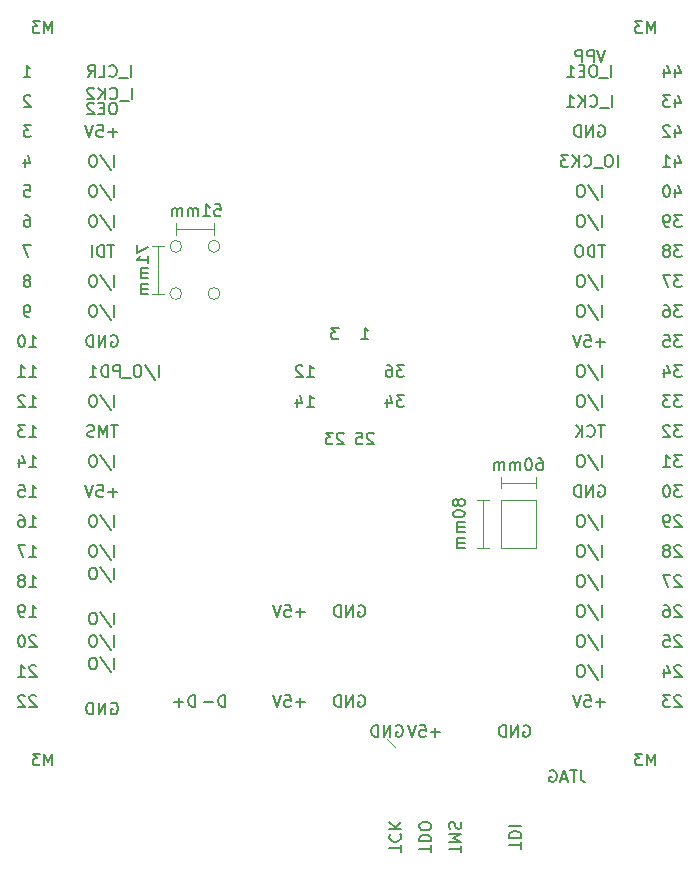
<source format=gbr>
%TF.GenerationSoftware,KiCad,Pcbnew,(5.1.7)-1*%
%TF.CreationDate,2022-07-04T22:41:30-03:00*%
%TF.ProjectId,ATF1502BR,41544631-3530-4324-9252-2e6b69636164,rev?*%
%TF.SameCoordinates,Original*%
%TF.FileFunction,Legend,Bot*%
%TF.FilePolarity,Positive*%
%FSLAX46Y46*%
G04 Gerber Fmt 4.6, Leading zero omitted, Abs format (unit mm)*
G04 Created by KiCad (PCBNEW (5.1.7)-1) date 2022-07-04 22:41:30*
%MOMM*%
%LPD*%
G01*
G04 APERTURE LIST*
%ADD10C,0.150000*%
%ADD11C,0.120000*%
G04 APERTURE END LIST*
D10*
X70061666Y-91842380D02*
X70061666Y-92556666D01*
X70109285Y-92699523D01*
X70204523Y-92794761D01*
X70347380Y-92842380D01*
X70442619Y-92842380D01*
X69728333Y-91842380D02*
X69156904Y-91842380D01*
X69442619Y-92842380D02*
X69442619Y-91842380D01*
X68871190Y-92556666D02*
X68395000Y-92556666D01*
X68966428Y-92842380D02*
X68633095Y-91842380D01*
X68299761Y-92842380D01*
X67442619Y-91890000D02*
X67537857Y-91842380D01*
X67680714Y-91842380D01*
X67823571Y-91890000D01*
X67918809Y-91985238D01*
X67966428Y-92080476D01*
X68014047Y-92270952D01*
X68014047Y-92413809D01*
X67966428Y-92604285D01*
X67918809Y-92699523D01*
X67823571Y-92794761D01*
X67680714Y-92842380D01*
X67585476Y-92842380D01*
X67442619Y-92794761D01*
X67395000Y-92747142D01*
X67395000Y-92413809D01*
X67585476Y-92413809D01*
X65211904Y-88080000D02*
X65307142Y-88032380D01*
X65450000Y-88032380D01*
X65592857Y-88080000D01*
X65688095Y-88175238D01*
X65735714Y-88270476D01*
X65783333Y-88460952D01*
X65783333Y-88603809D01*
X65735714Y-88794285D01*
X65688095Y-88889523D01*
X65592857Y-88984761D01*
X65450000Y-89032380D01*
X65354761Y-89032380D01*
X65211904Y-88984761D01*
X65164285Y-88937142D01*
X65164285Y-88603809D01*
X65354761Y-88603809D01*
X64735714Y-89032380D02*
X64735714Y-88032380D01*
X64164285Y-89032380D01*
X64164285Y-88032380D01*
X63688095Y-89032380D02*
X63688095Y-88032380D01*
X63450000Y-88032380D01*
X63307142Y-88080000D01*
X63211904Y-88175238D01*
X63164285Y-88270476D01*
X63116666Y-88460952D01*
X63116666Y-88603809D01*
X63164285Y-88794285D01*
X63211904Y-88889523D01*
X63307142Y-88984761D01*
X63450000Y-89032380D01*
X63688095Y-89032380D01*
X64997619Y-98493809D02*
X64997619Y-97922380D01*
X63997619Y-98208095D02*
X64997619Y-98208095D01*
X63997619Y-97589047D02*
X64997619Y-97589047D01*
X64997619Y-97350952D01*
X64950000Y-97208095D01*
X64854761Y-97112857D01*
X64759523Y-97065238D01*
X64569047Y-97017619D01*
X64426190Y-97017619D01*
X64235714Y-97065238D01*
X64140476Y-97112857D01*
X64045238Y-97208095D01*
X63997619Y-97350952D01*
X63997619Y-97589047D01*
X63997619Y-96589047D02*
X64997619Y-96589047D01*
X59917619Y-98803333D02*
X59917619Y-98231904D01*
X58917619Y-98517619D02*
X59917619Y-98517619D01*
X58917619Y-97898571D02*
X59917619Y-97898571D01*
X59203333Y-97565238D01*
X59917619Y-97231904D01*
X58917619Y-97231904D01*
X58965238Y-96803333D02*
X58917619Y-96660476D01*
X58917619Y-96422380D01*
X58965238Y-96327142D01*
X59012857Y-96279523D01*
X59108095Y-96231904D01*
X59203333Y-96231904D01*
X59298571Y-96279523D01*
X59346190Y-96327142D01*
X59393809Y-96422380D01*
X59441428Y-96612857D01*
X59489047Y-96708095D01*
X59536666Y-96755714D01*
X59631904Y-96803333D01*
X59727142Y-96803333D01*
X59822380Y-96755714D01*
X59870000Y-96708095D01*
X59917619Y-96612857D01*
X59917619Y-96374761D01*
X59870000Y-96231904D01*
X57377619Y-98779523D02*
X57377619Y-98208095D01*
X56377619Y-98493809D02*
X57377619Y-98493809D01*
X56377619Y-97874761D02*
X57377619Y-97874761D01*
X57377619Y-97636666D01*
X57330000Y-97493809D01*
X57234761Y-97398571D01*
X57139523Y-97350952D01*
X56949047Y-97303333D01*
X56806190Y-97303333D01*
X56615714Y-97350952D01*
X56520476Y-97398571D01*
X56425238Y-97493809D01*
X56377619Y-97636666D01*
X56377619Y-97874761D01*
X57377619Y-96684285D02*
X57377619Y-96493809D01*
X57330000Y-96398571D01*
X57234761Y-96303333D01*
X57044285Y-96255714D01*
X56710952Y-96255714D01*
X56520476Y-96303333D01*
X56425238Y-96398571D01*
X56377619Y-96493809D01*
X56377619Y-96684285D01*
X56425238Y-96779523D01*
X56520476Y-96874761D01*
X56710952Y-96922380D01*
X57044285Y-96922380D01*
X57234761Y-96874761D01*
X57330000Y-96779523D01*
X57377619Y-96684285D01*
X54837619Y-98755714D02*
X54837619Y-98184285D01*
X53837619Y-98470000D02*
X54837619Y-98470000D01*
X53932857Y-97279523D02*
X53885238Y-97327142D01*
X53837619Y-97470000D01*
X53837619Y-97565238D01*
X53885238Y-97708095D01*
X53980476Y-97803333D01*
X54075714Y-97850952D01*
X54266190Y-97898571D01*
X54409047Y-97898571D01*
X54599523Y-97850952D01*
X54694761Y-97803333D01*
X54790000Y-97708095D01*
X54837619Y-97565238D01*
X54837619Y-97470000D01*
X54790000Y-97327142D01*
X54742380Y-97279523D01*
X53837619Y-96850952D02*
X54837619Y-96850952D01*
X53837619Y-96279523D02*
X54409047Y-96708095D01*
X54837619Y-96279523D02*
X54266190Y-96850952D01*
D11*
X53655000Y-89215000D02*
X54290000Y-89850000D01*
D10*
X58115714Y-88651428D02*
X57353809Y-88651428D01*
X57734761Y-89032380D02*
X57734761Y-88270476D01*
X56401428Y-88032380D02*
X56877619Y-88032380D01*
X56925238Y-88508571D01*
X56877619Y-88460952D01*
X56782380Y-88413333D01*
X56544285Y-88413333D01*
X56449047Y-88460952D01*
X56401428Y-88508571D01*
X56353809Y-88603809D01*
X56353809Y-88841904D01*
X56401428Y-88937142D01*
X56449047Y-88984761D01*
X56544285Y-89032380D01*
X56782380Y-89032380D01*
X56877619Y-88984761D01*
X56925238Y-88937142D01*
X56068095Y-88032380D02*
X55734761Y-89032380D01*
X55401428Y-88032380D01*
X54416904Y-88080000D02*
X54512142Y-88032380D01*
X54655000Y-88032380D01*
X54797857Y-88080000D01*
X54893095Y-88175238D01*
X54940714Y-88270476D01*
X54988333Y-88460952D01*
X54988333Y-88603809D01*
X54940714Y-88794285D01*
X54893095Y-88889523D01*
X54797857Y-88984761D01*
X54655000Y-89032380D01*
X54559761Y-89032380D01*
X54416904Y-88984761D01*
X54369285Y-88937142D01*
X54369285Y-88603809D01*
X54559761Y-88603809D01*
X53940714Y-89032380D02*
X53940714Y-88032380D01*
X53369285Y-89032380D01*
X53369285Y-88032380D01*
X52893095Y-89032380D02*
X52893095Y-88032380D01*
X52655000Y-88032380D01*
X52512142Y-88080000D01*
X52416904Y-88175238D01*
X52369285Y-88270476D01*
X52321666Y-88460952D01*
X52321666Y-88603809D01*
X52369285Y-88794285D01*
X52416904Y-88889523D01*
X52512142Y-88984761D01*
X52655000Y-89032380D01*
X52893095Y-89032380D01*
X46860476Y-58552380D02*
X47431904Y-58552380D01*
X47146190Y-58552380D02*
X47146190Y-57552380D01*
X47241428Y-57695238D01*
X47336666Y-57790476D01*
X47431904Y-57838095D01*
X46479523Y-57647619D02*
X46431904Y-57600000D01*
X46336666Y-57552380D01*
X46098571Y-57552380D01*
X46003333Y-57600000D01*
X45955714Y-57647619D01*
X45908095Y-57742857D01*
X45908095Y-57838095D01*
X45955714Y-57980952D01*
X46527142Y-58552380D01*
X45908095Y-58552380D01*
X46860476Y-61092380D02*
X47431904Y-61092380D01*
X47146190Y-61092380D02*
X47146190Y-60092380D01*
X47241428Y-60235238D01*
X47336666Y-60330476D01*
X47431904Y-60378095D01*
X46003333Y-60425714D02*
X46003333Y-61092380D01*
X46241428Y-60044761D02*
X46479523Y-60759047D01*
X45860476Y-60759047D01*
X49971904Y-63362619D02*
X49924285Y-63315000D01*
X49829047Y-63267380D01*
X49590952Y-63267380D01*
X49495714Y-63315000D01*
X49448095Y-63362619D01*
X49400476Y-63457857D01*
X49400476Y-63553095D01*
X49448095Y-63695952D01*
X50019523Y-64267380D01*
X49400476Y-64267380D01*
X49067142Y-63267380D02*
X48448095Y-63267380D01*
X48781428Y-63648333D01*
X48638571Y-63648333D01*
X48543333Y-63695952D01*
X48495714Y-63743571D01*
X48448095Y-63838809D01*
X48448095Y-64076904D01*
X48495714Y-64172142D01*
X48543333Y-64219761D01*
X48638571Y-64267380D01*
X48924285Y-64267380D01*
X49019523Y-64219761D01*
X49067142Y-64172142D01*
X52511904Y-63362619D02*
X52464285Y-63315000D01*
X52369047Y-63267380D01*
X52130952Y-63267380D01*
X52035714Y-63315000D01*
X51988095Y-63362619D01*
X51940476Y-63457857D01*
X51940476Y-63553095D01*
X51988095Y-63695952D01*
X52559523Y-64267380D01*
X51940476Y-64267380D01*
X51035714Y-63267380D02*
X51511904Y-63267380D01*
X51559523Y-63743571D01*
X51511904Y-63695952D01*
X51416666Y-63648333D01*
X51178571Y-63648333D01*
X51083333Y-63695952D01*
X51035714Y-63743571D01*
X50988095Y-63838809D01*
X50988095Y-64076904D01*
X51035714Y-64172142D01*
X51083333Y-64219761D01*
X51178571Y-64267380D01*
X51416666Y-64267380D01*
X51511904Y-64219761D01*
X51559523Y-64172142D01*
X55099523Y-60092380D02*
X54480476Y-60092380D01*
X54813809Y-60473333D01*
X54670952Y-60473333D01*
X54575714Y-60520952D01*
X54528095Y-60568571D01*
X54480476Y-60663809D01*
X54480476Y-60901904D01*
X54528095Y-60997142D01*
X54575714Y-61044761D01*
X54670952Y-61092380D01*
X54956666Y-61092380D01*
X55051904Y-61044761D01*
X55099523Y-60997142D01*
X53623333Y-60425714D02*
X53623333Y-61092380D01*
X53861428Y-60044761D02*
X54099523Y-60759047D01*
X53480476Y-60759047D01*
X55099523Y-57552380D02*
X54480476Y-57552380D01*
X54813809Y-57933333D01*
X54670952Y-57933333D01*
X54575714Y-57980952D01*
X54528095Y-58028571D01*
X54480476Y-58123809D01*
X54480476Y-58361904D01*
X54528095Y-58457142D01*
X54575714Y-58504761D01*
X54670952Y-58552380D01*
X54956666Y-58552380D01*
X55051904Y-58504761D01*
X55099523Y-58457142D01*
X53623333Y-57552380D02*
X53813809Y-57552380D01*
X53909047Y-57600000D01*
X53956666Y-57647619D01*
X54051904Y-57790476D01*
X54099523Y-57980952D01*
X54099523Y-58361904D01*
X54051904Y-58457142D01*
X54004285Y-58504761D01*
X53909047Y-58552380D01*
X53718571Y-58552380D01*
X53623333Y-58504761D01*
X53575714Y-58457142D01*
X53528095Y-58361904D01*
X53528095Y-58123809D01*
X53575714Y-58028571D01*
X53623333Y-57980952D01*
X53718571Y-57933333D01*
X53909047Y-57933333D01*
X54004285Y-57980952D01*
X54051904Y-58028571D01*
X54099523Y-58123809D01*
X51464285Y-55377380D02*
X52035714Y-55377380D01*
X51750000Y-55377380D02*
X51750000Y-54377380D01*
X51845238Y-54520238D01*
X51940476Y-54615476D01*
X52035714Y-54663095D01*
X49543333Y-54377380D02*
X48924285Y-54377380D01*
X49257619Y-54758333D01*
X49114761Y-54758333D01*
X49019523Y-54805952D01*
X48971904Y-54853571D01*
X48924285Y-54948809D01*
X48924285Y-55186904D01*
X48971904Y-55282142D01*
X49019523Y-55329761D01*
X49114761Y-55377380D01*
X49400476Y-55377380D01*
X49495714Y-55329761D01*
X49543333Y-55282142D01*
X39930952Y-86492380D02*
X39930952Y-85492380D01*
X39692857Y-85492380D01*
X39550000Y-85540000D01*
X39454761Y-85635238D01*
X39407142Y-85730476D01*
X39359523Y-85920952D01*
X39359523Y-86063809D01*
X39407142Y-86254285D01*
X39454761Y-86349523D01*
X39550000Y-86444761D01*
X39692857Y-86492380D01*
X39930952Y-86492380D01*
X38930952Y-86111428D02*
X38169047Y-86111428D01*
X37390952Y-86492380D02*
X37390952Y-85492380D01*
X37152857Y-85492380D01*
X37010000Y-85540000D01*
X36914761Y-85635238D01*
X36867142Y-85730476D01*
X36819523Y-85920952D01*
X36819523Y-86063809D01*
X36867142Y-86254285D01*
X36914761Y-86349523D01*
X37010000Y-86444761D01*
X37152857Y-86492380D01*
X37390952Y-86492380D01*
X36390952Y-86111428D02*
X35629047Y-86111428D01*
X36010000Y-86492380D02*
X36010000Y-85730476D01*
X46685714Y-78491428D02*
X45923809Y-78491428D01*
X46304761Y-78872380D02*
X46304761Y-78110476D01*
X44971428Y-77872380D02*
X45447619Y-77872380D01*
X45495238Y-78348571D01*
X45447619Y-78300952D01*
X45352380Y-78253333D01*
X45114285Y-78253333D01*
X45019047Y-78300952D01*
X44971428Y-78348571D01*
X44923809Y-78443809D01*
X44923809Y-78681904D01*
X44971428Y-78777142D01*
X45019047Y-78824761D01*
X45114285Y-78872380D01*
X45352380Y-78872380D01*
X45447619Y-78824761D01*
X45495238Y-78777142D01*
X44638095Y-77872380D02*
X44304761Y-78872380D01*
X43971428Y-77872380D01*
X51241904Y-77920000D02*
X51337142Y-77872380D01*
X51480000Y-77872380D01*
X51622857Y-77920000D01*
X51718095Y-78015238D01*
X51765714Y-78110476D01*
X51813333Y-78300952D01*
X51813333Y-78443809D01*
X51765714Y-78634285D01*
X51718095Y-78729523D01*
X51622857Y-78824761D01*
X51480000Y-78872380D01*
X51384761Y-78872380D01*
X51241904Y-78824761D01*
X51194285Y-78777142D01*
X51194285Y-78443809D01*
X51384761Y-78443809D01*
X50765714Y-78872380D02*
X50765714Y-77872380D01*
X50194285Y-78872380D01*
X50194285Y-77872380D01*
X49718095Y-78872380D02*
X49718095Y-77872380D01*
X49480000Y-77872380D01*
X49337142Y-77920000D01*
X49241904Y-78015238D01*
X49194285Y-78110476D01*
X49146666Y-78300952D01*
X49146666Y-78443809D01*
X49194285Y-78634285D01*
X49241904Y-78729523D01*
X49337142Y-78824761D01*
X49480000Y-78872380D01*
X49718095Y-78872380D01*
X51241904Y-85540000D02*
X51337142Y-85492380D01*
X51480000Y-85492380D01*
X51622857Y-85540000D01*
X51718095Y-85635238D01*
X51765714Y-85730476D01*
X51813333Y-85920952D01*
X51813333Y-86063809D01*
X51765714Y-86254285D01*
X51718095Y-86349523D01*
X51622857Y-86444761D01*
X51480000Y-86492380D01*
X51384761Y-86492380D01*
X51241904Y-86444761D01*
X51194285Y-86397142D01*
X51194285Y-86063809D01*
X51384761Y-86063809D01*
X50765714Y-86492380D02*
X50765714Y-85492380D01*
X50194285Y-86492380D01*
X50194285Y-85492380D01*
X49718095Y-86492380D02*
X49718095Y-85492380D01*
X49480000Y-85492380D01*
X49337142Y-85540000D01*
X49241904Y-85635238D01*
X49194285Y-85730476D01*
X49146666Y-85920952D01*
X49146666Y-86063809D01*
X49194285Y-86254285D01*
X49241904Y-86349523D01*
X49337142Y-86444761D01*
X49480000Y-86492380D01*
X49718095Y-86492380D01*
X46685714Y-86111428D02*
X45923809Y-86111428D01*
X46304761Y-86492380D02*
X46304761Y-85730476D01*
X44971428Y-85492380D02*
X45447619Y-85492380D01*
X45495238Y-85968571D01*
X45447619Y-85920952D01*
X45352380Y-85873333D01*
X45114285Y-85873333D01*
X45019047Y-85920952D01*
X44971428Y-85968571D01*
X44923809Y-86063809D01*
X44923809Y-86301904D01*
X44971428Y-86397142D01*
X45019047Y-86444761D01*
X45114285Y-86492380D01*
X45352380Y-86492380D01*
X45447619Y-86444761D01*
X45495238Y-86397142D01*
X44638095Y-85492380D02*
X44304761Y-86492380D01*
X43971428Y-85492380D01*
X25309523Y-29452380D02*
X25309523Y-28452380D01*
X24976190Y-29166666D01*
X24642857Y-28452380D01*
X24642857Y-29452380D01*
X24261904Y-28452380D02*
X23642857Y-28452380D01*
X23976190Y-28833333D01*
X23833333Y-28833333D01*
X23738095Y-28880952D01*
X23690476Y-28928571D01*
X23642857Y-29023809D01*
X23642857Y-29261904D01*
X23690476Y-29357142D01*
X23738095Y-29404761D01*
X23833333Y-29452380D01*
X24119047Y-29452380D01*
X24214285Y-29404761D01*
X24261904Y-29357142D01*
X76309523Y-29452380D02*
X76309523Y-28452380D01*
X75976190Y-29166666D01*
X75642857Y-28452380D01*
X75642857Y-29452380D01*
X75261904Y-28452380D02*
X74642857Y-28452380D01*
X74976190Y-28833333D01*
X74833333Y-28833333D01*
X74738095Y-28880952D01*
X74690476Y-28928571D01*
X74642857Y-29023809D01*
X74642857Y-29261904D01*
X74690476Y-29357142D01*
X74738095Y-29404761D01*
X74833333Y-29452380D01*
X75119047Y-29452380D01*
X75214285Y-29404761D01*
X75261904Y-29357142D01*
X76309523Y-91452380D02*
X76309523Y-90452380D01*
X75976190Y-91166666D01*
X75642857Y-90452380D01*
X75642857Y-91452380D01*
X75261904Y-90452380D02*
X74642857Y-90452380D01*
X74976190Y-90833333D01*
X74833333Y-90833333D01*
X74738095Y-90880952D01*
X74690476Y-90928571D01*
X74642857Y-91023809D01*
X74642857Y-91261904D01*
X74690476Y-91357142D01*
X74738095Y-91404761D01*
X74833333Y-91452380D01*
X75119047Y-91452380D01*
X75214285Y-91404761D01*
X75261904Y-91357142D01*
X25309523Y-91452380D02*
X25309523Y-90452380D01*
X24976190Y-91166666D01*
X24642857Y-90452380D01*
X24642857Y-91452380D01*
X24261904Y-90452380D02*
X23642857Y-90452380D01*
X23976190Y-90833333D01*
X23833333Y-90833333D01*
X23738095Y-90880952D01*
X23690476Y-90928571D01*
X23642857Y-91023809D01*
X23642857Y-91261904D01*
X23690476Y-91357142D01*
X23738095Y-91404761D01*
X23833333Y-91452380D01*
X24119047Y-91452380D01*
X24214285Y-91404761D01*
X24261904Y-91357142D01*
X32452380Y-47357142D02*
X32452380Y-48023809D01*
X33452380Y-47595238D01*
X33452380Y-48928571D02*
X33452380Y-48357142D01*
X33452380Y-48642857D02*
X32452380Y-48642857D01*
X32595238Y-48547619D01*
X32690476Y-48452380D01*
X32738095Y-48357142D01*
X33452380Y-49357142D02*
X32785714Y-49357142D01*
X32880952Y-49357142D02*
X32833333Y-49404761D01*
X32785714Y-49500000D01*
X32785714Y-49642857D01*
X32833333Y-49738095D01*
X32928571Y-49785714D01*
X33452380Y-49785714D01*
X32928571Y-49785714D02*
X32833333Y-49833333D01*
X32785714Y-49928571D01*
X32785714Y-50071428D01*
X32833333Y-50166666D01*
X32928571Y-50214285D01*
X33452380Y-50214285D01*
X33452380Y-50690476D02*
X32785714Y-50690476D01*
X32880952Y-50690476D02*
X32833333Y-50738095D01*
X32785714Y-50833333D01*
X32785714Y-50976190D01*
X32833333Y-51071428D01*
X32928571Y-51119047D01*
X33452380Y-51119047D01*
X32928571Y-51119047D02*
X32833333Y-51166666D01*
X32785714Y-51261904D01*
X32785714Y-51404761D01*
X32833333Y-51500000D01*
X32928571Y-51547619D01*
X33452380Y-51547619D01*
X39071428Y-43952380D02*
X39547619Y-43952380D01*
X39595238Y-44428571D01*
X39547619Y-44380952D01*
X39452380Y-44333333D01*
X39214285Y-44333333D01*
X39119047Y-44380952D01*
X39071428Y-44428571D01*
X39023809Y-44523809D01*
X39023809Y-44761904D01*
X39071428Y-44857142D01*
X39119047Y-44904761D01*
X39214285Y-44952380D01*
X39452380Y-44952380D01*
X39547619Y-44904761D01*
X39595238Y-44857142D01*
X38071428Y-44952380D02*
X38642857Y-44952380D01*
X38357142Y-44952380D02*
X38357142Y-43952380D01*
X38452380Y-44095238D01*
X38547619Y-44190476D01*
X38642857Y-44238095D01*
X37642857Y-44952380D02*
X37642857Y-44285714D01*
X37642857Y-44380952D02*
X37595238Y-44333333D01*
X37500000Y-44285714D01*
X37357142Y-44285714D01*
X37261904Y-44333333D01*
X37214285Y-44428571D01*
X37214285Y-44952380D01*
X37214285Y-44428571D02*
X37166666Y-44333333D01*
X37071428Y-44285714D01*
X36928571Y-44285714D01*
X36833333Y-44333333D01*
X36785714Y-44428571D01*
X36785714Y-44952380D01*
X36309523Y-44952380D02*
X36309523Y-44285714D01*
X36309523Y-44380952D02*
X36261904Y-44333333D01*
X36166666Y-44285714D01*
X36023809Y-44285714D01*
X35928571Y-44333333D01*
X35880952Y-44428571D01*
X35880952Y-44952380D01*
X35880952Y-44428571D02*
X35833333Y-44333333D01*
X35738095Y-44285714D01*
X35595238Y-44285714D01*
X35500000Y-44333333D01*
X35452380Y-44428571D01*
X35452380Y-44952380D01*
D11*
X39000000Y-46500000D02*
X39000000Y-45500000D01*
X35770000Y-46000000D02*
X39000000Y-46000000D01*
X35770000Y-46500000D02*
X35770000Y-45500000D01*
X33770000Y-47500000D02*
X34770000Y-47500000D01*
X34270000Y-51500000D02*
X34270000Y-47500000D01*
X34770000Y-51500000D02*
X33770000Y-51500000D01*
X39500000Y-51500000D02*
G75*
G03*
X39500000Y-51500000I-500000J0D01*
G01*
X36270000Y-51500000D02*
G75*
G03*
X36270000Y-51500000I-500000J0D01*
G01*
X39500000Y-47500000D02*
G75*
G03*
X39500000Y-47500000I-500000J0D01*
G01*
X36270000Y-47500000D02*
G75*
G03*
X36270000Y-47500000I-500000J0D01*
G01*
D10*
X59650952Y-69095238D02*
X59603333Y-69000000D01*
X59555714Y-68952380D01*
X59460476Y-68904761D01*
X59412857Y-68904761D01*
X59317619Y-68952380D01*
X59270000Y-69000000D01*
X59222380Y-69095238D01*
X59222380Y-69285714D01*
X59270000Y-69380952D01*
X59317619Y-69428571D01*
X59412857Y-69476190D01*
X59460476Y-69476190D01*
X59555714Y-69428571D01*
X59603333Y-69380952D01*
X59650952Y-69285714D01*
X59650952Y-69095238D01*
X59698571Y-69000000D01*
X59746190Y-68952380D01*
X59841428Y-68904761D01*
X60031904Y-68904761D01*
X60127142Y-68952380D01*
X60174761Y-69000000D01*
X60222380Y-69095238D01*
X60222380Y-69285714D01*
X60174761Y-69380952D01*
X60127142Y-69428571D01*
X60031904Y-69476190D01*
X59841428Y-69476190D01*
X59746190Y-69428571D01*
X59698571Y-69380952D01*
X59650952Y-69285714D01*
X59222380Y-70095238D02*
X59222380Y-70190476D01*
X59270000Y-70285714D01*
X59317619Y-70333333D01*
X59412857Y-70380952D01*
X59603333Y-70428571D01*
X59841428Y-70428571D01*
X60031904Y-70380952D01*
X60127142Y-70333333D01*
X60174761Y-70285714D01*
X60222380Y-70190476D01*
X60222380Y-70095238D01*
X60174761Y-70000000D01*
X60127142Y-69952380D01*
X60031904Y-69904761D01*
X59841428Y-69857142D01*
X59603333Y-69857142D01*
X59412857Y-69904761D01*
X59317619Y-69952380D01*
X59270000Y-70000000D01*
X59222380Y-70095238D01*
X60222380Y-70857142D02*
X59555714Y-70857142D01*
X59650952Y-70857142D02*
X59603333Y-70904761D01*
X59555714Y-71000000D01*
X59555714Y-71142857D01*
X59603333Y-71238095D01*
X59698571Y-71285714D01*
X60222380Y-71285714D01*
X59698571Y-71285714D02*
X59603333Y-71333333D01*
X59555714Y-71428571D01*
X59555714Y-71571428D01*
X59603333Y-71666666D01*
X59698571Y-71714285D01*
X60222380Y-71714285D01*
X60222380Y-72190476D02*
X59555714Y-72190476D01*
X59650952Y-72190476D02*
X59603333Y-72238095D01*
X59555714Y-72333333D01*
X59555714Y-72476190D01*
X59603333Y-72571428D01*
X59698571Y-72619047D01*
X60222380Y-72619047D01*
X59698571Y-72619047D02*
X59603333Y-72666666D01*
X59555714Y-72761904D01*
X59555714Y-72904761D01*
X59603333Y-73000000D01*
X59698571Y-73047619D01*
X60222380Y-73047619D01*
X66389047Y-65452380D02*
X66579523Y-65452380D01*
X66674761Y-65500000D01*
X66722380Y-65547619D01*
X66817619Y-65690476D01*
X66865238Y-65880952D01*
X66865238Y-66261904D01*
X66817619Y-66357142D01*
X66770000Y-66404761D01*
X66674761Y-66452380D01*
X66484285Y-66452380D01*
X66389047Y-66404761D01*
X66341428Y-66357142D01*
X66293809Y-66261904D01*
X66293809Y-66023809D01*
X66341428Y-65928571D01*
X66389047Y-65880952D01*
X66484285Y-65833333D01*
X66674761Y-65833333D01*
X66770000Y-65880952D01*
X66817619Y-65928571D01*
X66865238Y-66023809D01*
X65674761Y-65452380D02*
X65579523Y-65452380D01*
X65484285Y-65500000D01*
X65436666Y-65547619D01*
X65389047Y-65642857D01*
X65341428Y-65833333D01*
X65341428Y-66071428D01*
X65389047Y-66261904D01*
X65436666Y-66357142D01*
X65484285Y-66404761D01*
X65579523Y-66452380D01*
X65674761Y-66452380D01*
X65770000Y-66404761D01*
X65817619Y-66357142D01*
X65865238Y-66261904D01*
X65912857Y-66071428D01*
X65912857Y-65833333D01*
X65865238Y-65642857D01*
X65817619Y-65547619D01*
X65770000Y-65500000D01*
X65674761Y-65452380D01*
X64912857Y-66452380D02*
X64912857Y-65785714D01*
X64912857Y-65880952D02*
X64865238Y-65833333D01*
X64770000Y-65785714D01*
X64627142Y-65785714D01*
X64531904Y-65833333D01*
X64484285Y-65928571D01*
X64484285Y-66452380D01*
X64484285Y-65928571D02*
X64436666Y-65833333D01*
X64341428Y-65785714D01*
X64198571Y-65785714D01*
X64103333Y-65833333D01*
X64055714Y-65928571D01*
X64055714Y-66452380D01*
X63579523Y-66452380D02*
X63579523Y-65785714D01*
X63579523Y-65880952D02*
X63531904Y-65833333D01*
X63436666Y-65785714D01*
X63293809Y-65785714D01*
X63198571Y-65833333D01*
X63150952Y-65928571D01*
X63150952Y-66452380D01*
X63150952Y-65928571D02*
X63103333Y-65833333D01*
X63008095Y-65785714D01*
X62865238Y-65785714D01*
X62770000Y-65833333D01*
X62722380Y-65928571D01*
X62722380Y-66452380D01*
D11*
X61770000Y-69000000D02*
X61770000Y-73000000D01*
X63270000Y-67500000D02*
X66270000Y-67500000D01*
X62270000Y-73000000D02*
X61270000Y-73000000D01*
X62270000Y-69000000D02*
X61270000Y-69000000D01*
X66270000Y-68000000D02*
X66270000Y-67000000D01*
X63270000Y-67000000D02*
X63270000Y-68000000D01*
X63270000Y-73000000D02*
X63270000Y-69000000D01*
X66270000Y-73000000D02*
X63270000Y-73000000D01*
X66270000Y-69000000D02*
X66270000Y-73000000D01*
X63270000Y-69000000D02*
X66270000Y-69000000D01*
D10*
X72109523Y-47392380D02*
X71538095Y-47392380D01*
X71823809Y-48392380D02*
X71823809Y-47392380D01*
X71204761Y-48392380D02*
X71204761Y-47392380D01*
X70966666Y-47392380D01*
X70823809Y-47440000D01*
X70728571Y-47535238D01*
X70680952Y-47630476D01*
X70633333Y-47820952D01*
X70633333Y-47963809D01*
X70680952Y-48154285D01*
X70728571Y-48249523D01*
X70823809Y-48344761D01*
X70966666Y-48392380D01*
X71204761Y-48392380D01*
X70014285Y-47392380D02*
X69823809Y-47392380D01*
X69728571Y-47440000D01*
X69633333Y-47535238D01*
X69585714Y-47725714D01*
X69585714Y-48059047D01*
X69633333Y-48249523D01*
X69728571Y-48344761D01*
X69823809Y-48392380D01*
X70014285Y-48392380D01*
X70109523Y-48344761D01*
X70204761Y-48249523D01*
X70252380Y-48059047D01*
X70252380Y-47725714D01*
X70204761Y-47535238D01*
X70109523Y-47440000D01*
X70014285Y-47392380D01*
X72085714Y-55631428D02*
X71323809Y-55631428D01*
X71704761Y-56012380D02*
X71704761Y-55250476D01*
X70371428Y-55012380D02*
X70847619Y-55012380D01*
X70895238Y-55488571D01*
X70847619Y-55440952D01*
X70752380Y-55393333D01*
X70514285Y-55393333D01*
X70419047Y-55440952D01*
X70371428Y-55488571D01*
X70323809Y-55583809D01*
X70323809Y-55821904D01*
X70371428Y-55917142D01*
X70419047Y-55964761D01*
X70514285Y-56012380D01*
X70752380Y-56012380D01*
X70847619Y-55964761D01*
X70895238Y-55917142D01*
X70038095Y-55012380D02*
X69704761Y-56012380D01*
X69371428Y-55012380D01*
X72085714Y-62632380D02*
X71514285Y-62632380D01*
X71800000Y-63632380D02*
X71800000Y-62632380D01*
X70609523Y-63537142D02*
X70657142Y-63584761D01*
X70800000Y-63632380D01*
X70895238Y-63632380D01*
X71038095Y-63584761D01*
X71133333Y-63489523D01*
X71180952Y-63394285D01*
X71228571Y-63203809D01*
X71228571Y-63060952D01*
X71180952Y-62870476D01*
X71133333Y-62775238D01*
X71038095Y-62680000D01*
X70895238Y-62632380D01*
X70800000Y-62632380D01*
X70657142Y-62680000D01*
X70609523Y-62727619D01*
X70180952Y-63632380D02*
X70180952Y-62632380D01*
X69609523Y-63632380D02*
X70038095Y-63060952D01*
X69609523Y-62632380D02*
X70180952Y-63203809D01*
X71561904Y-67760000D02*
X71657142Y-67712380D01*
X71800000Y-67712380D01*
X71942857Y-67760000D01*
X72038095Y-67855238D01*
X72085714Y-67950476D01*
X72133333Y-68140952D01*
X72133333Y-68283809D01*
X72085714Y-68474285D01*
X72038095Y-68569523D01*
X71942857Y-68664761D01*
X71800000Y-68712380D01*
X71704761Y-68712380D01*
X71561904Y-68664761D01*
X71514285Y-68617142D01*
X71514285Y-68283809D01*
X71704761Y-68283809D01*
X71085714Y-68712380D02*
X71085714Y-67712380D01*
X70514285Y-68712380D01*
X70514285Y-67712380D01*
X70038095Y-68712380D02*
X70038095Y-67712380D01*
X69800000Y-67712380D01*
X69657142Y-67760000D01*
X69561904Y-67855238D01*
X69514285Y-67950476D01*
X69466666Y-68140952D01*
X69466666Y-68283809D01*
X69514285Y-68474285D01*
X69561904Y-68569523D01*
X69657142Y-68664761D01*
X69800000Y-68712380D01*
X70038095Y-68712380D01*
X72085714Y-86111428D02*
X71323809Y-86111428D01*
X71704761Y-86492380D02*
X71704761Y-85730476D01*
X70371428Y-85492380D02*
X70847619Y-85492380D01*
X70895238Y-85968571D01*
X70847619Y-85920952D01*
X70752380Y-85873333D01*
X70514285Y-85873333D01*
X70419047Y-85920952D01*
X70371428Y-85968571D01*
X70323809Y-86063809D01*
X70323809Y-86301904D01*
X70371428Y-86397142D01*
X70419047Y-86444761D01*
X70514285Y-86492380D01*
X70752380Y-86492380D01*
X70847619Y-86444761D01*
X70895238Y-86397142D01*
X70038095Y-85492380D02*
X69704761Y-86492380D01*
X69371428Y-85492380D01*
X31945714Y-33152380D02*
X31945714Y-32152380D01*
X31707619Y-33247619D02*
X30945714Y-33247619D01*
X30136190Y-33057142D02*
X30183809Y-33104761D01*
X30326666Y-33152380D01*
X30421904Y-33152380D01*
X30564761Y-33104761D01*
X30660000Y-33009523D01*
X30707619Y-32914285D01*
X30755238Y-32723809D01*
X30755238Y-32580952D01*
X30707619Y-32390476D01*
X30660000Y-32295238D01*
X30564761Y-32200000D01*
X30421904Y-32152380D01*
X30326666Y-32152380D01*
X30183809Y-32200000D01*
X30136190Y-32247619D01*
X29231428Y-33152380D02*
X29707619Y-33152380D01*
X29707619Y-32152380D01*
X28326666Y-33152380D02*
X28660000Y-32676190D01*
X28898095Y-33152380D02*
X28898095Y-32152380D01*
X28517142Y-32152380D01*
X28421904Y-32200000D01*
X28374285Y-32247619D01*
X28326666Y-32342857D01*
X28326666Y-32485714D01*
X28374285Y-32580952D01*
X28421904Y-32628571D01*
X28517142Y-32676190D01*
X28898095Y-32676190D01*
X30548809Y-35327380D02*
X30358333Y-35327380D01*
X30263095Y-35375000D01*
X30167857Y-35470238D01*
X30120238Y-35660714D01*
X30120238Y-35994047D01*
X30167857Y-36184523D01*
X30263095Y-36279761D01*
X30358333Y-36327380D01*
X30548809Y-36327380D01*
X30644047Y-36279761D01*
X30739285Y-36184523D01*
X30786904Y-35994047D01*
X30786904Y-35660714D01*
X30739285Y-35470238D01*
X30644047Y-35375000D01*
X30548809Y-35327380D01*
X29691666Y-35803571D02*
X29358333Y-35803571D01*
X29215476Y-36327380D02*
X29691666Y-36327380D01*
X29691666Y-35327380D01*
X29215476Y-35327380D01*
X28834523Y-35422619D02*
X28786904Y-35375000D01*
X28691666Y-35327380D01*
X28453571Y-35327380D01*
X28358333Y-35375000D01*
X28310714Y-35422619D01*
X28263095Y-35517857D01*
X28263095Y-35613095D01*
X28310714Y-35755952D01*
X28882142Y-36327380D01*
X28263095Y-36327380D01*
X32017142Y-35057380D02*
X32017142Y-34057380D01*
X31779047Y-35152619D02*
X31017142Y-35152619D01*
X30207619Y-34962142D02*
X30255238Y-35009761D01*
X30398095Y-35057380D01*
X30493333Y-35057380D01*
X30636190Y-35009761D01*
X30731428Y-34914523D01*
X30779047Y-34819285D01*
X30826666Y-34628809D01*
X30826666Y-34485952D01*
X30779047Y-34295476D01*
X30731428Y-34200238D01*
X30636190Y-34105000D01*
X30493333Y-34057380D01*
X30398095Y-34057380D01*
X30255238Y-34105000D01*
X30207619Y-34152619D01*
X29779047Y-35057380D02*
X29779047Y-34057380D01*
X29207619Y-35057380D02*
X29636190Y-34485952D01*
X29207619Y-34057380D02*
X29779047Y-34628809D01*
X28826666Y-34152619D02*
X28779047Y-34105000D01*
X28683809Y-34057380D01*
X28445714Y-34057380D01*
X28350476Y-34105000D01*
X28302857Y-34152619D01*
X28255238Y-34247857D01*
X28255238Y-34343095D01*
X28302857Y-34485952D01*
X28874285Y-35057380D01*
X28255238Y-35057380D01*
X30810714Y-37851428D02*
X30048809Y-37851428D01*
X30429761Y-38232380D02*
X30429761Y-37470476D01*
X29096428Y-37232380D02*
X29572619Y-37232380D01*
X29620238Y-37708571D01*
X29572619Y-37660952D01*
X29477380Y-37613333D01*
X29239285Y-37613333D01*
X29144047Y-37660952D01*
X29096428Y-37708571D01*
X29048809Y-37803809D01*
X29048809Y-38041904D01*
X29096428Y-38137142D01*
X29144047Y-38184761D01*
X29239285Y-38232380D01*
X29477380Y-38232380D01*
X29572619Y-38184761D01*
X29620238Y-38137142D01*
X28763095Y-37232380D02*
X28429761Y-38232380D01*
X28096428Y-37232380D01*
X30548809Y-47392380D02*
X29977380Y-47392380D01*
X30263095Y-48392380D02*
X30263095Y-47392380D01*
X29644047Y-48392380D02*
X29644047Y-47392380D01*
X29405952Y-47392380D01*
X29263095Y-47440000D01*
X29167857Y-47535238D01*
X29120238Y-47630476D01*
X29072619Y-47820952D01*
X29072619Y-47963809D01*
X29120238Y-48154285D01*
X29167857Y-48249523D01*
X29263095Y-48344761D01*
X29405952Y-48392380D01*
X29644047Y-48392380D01*
X28644047Y-48392380D02*
X28644047Y-47392380D01*
X30286904Y-55060000D02*
X30382142Y-55012380D01*
X30525000Y-55012380D01*
X30667857Y-55060000D01*
X30763095Y-55155238D01*
X30810714Y-55250476D01*
X30858333Y-55440952D01*
X30858333Y-55583809D01*
X30810714Y-55774285D01*
X30763095Y-55869523D01*
X30667857Y-55964761D01*
X30525000Y-56012380D01*
X30429761Y-56012380D01*
X30286904Y-55964761D01*
X30239285Y-55917142D01*
X30239285Y-55583809D01*
X30429761Y-55583809D01*
X29810714Y-56012380D02*
X29810714Y-55012380D01*
X29239285Y-56012380D01*
X29239285Y-55012380D01*
X28763095Y-56012380D02*
X28763095Y-55012380D01*
X28525000Y-55012380D01*
X28382142Y-55060000D01*
X28286904Y-55155238D01*
X28239285Y-55250476D01*
X28191666Y-55440952D01*
X28191666Y-55583809D01*
X28239285Y-55774285D01*
X28286904Y-55869523D01*
X28382142Y-55964761D01*
X28525000Y-56012380D01*
X28763095Y-56012380D01*
X34334761Y-58552380D02*
X34334761Y-57552380D01*
X33144285Y-57504761D02*
X34001428Y-58790476D01*
X32620476Y-57552380D02*
X32430000Y-57552380D01*
X32334761Y-57600000D01*
X32239523Y-57695238D01*
X32191904Y-57885714D01*
X32191904Y-58219047D01*
X32239523Y-58409523D01*
X32334761Y-58504761D01*
X32430000Y-58552380D01*
X32620476Y-58552380D01*
X32715714Y-58504761D01*
X32810952Y-58409523D01*
X32858571Y-58219047D01*
X32858571Y-57885714D01*
X32810952Y-57695238D01*
X32715714Y-57600000D01*
X32620476Y-57552380D01*
X32001428Y-58647619D02*
X31239523Y-58647619D01*
X31001428Y-58552380D02*
X31001428Y-57552380D01*
X30620476Y-57552380D01*
X30525238Y-57600000D01*
X30477619Y-57647619D01*
X30430000Y-57742857D01*
X30430000Y-57885714D01*
X30477619Y-57980952D01*
X30525238Y-58028571D01*
X30620476Y-58076190D01*
X31001428Y-58076190D01*
X30001428Y-58552380D02*
X30001428Y-57552380D01*
X29763333Y-57552380D01*
X29620476Y-57600000D01*
X29525238Y-57695238D01*
X29477619Y-57790476D01*
X29430000Y-57980952D01*
X29430000Y-58123809D01*
X29477619Y-58314285D01*
X29525238Y-58409523D01*
X29620476Y-58504761D01*
X29763333Y-58552380D01*
X30001428Y-58552380D01*
X28477619Y-58552380D02*
X29049047Y-58552380D01*
X28763333Y-58552380D02*
X28763333Y-57552380D01*
X28858571Y-57695238D01*
X28953809Y-57790476D01*
X29049047Y-57838095D01*
X30858333Y-62632380D02*
X30286904Y-62632380D01*
X30572619Y-63632380D02*
X30572619Y-62632380D01*
X29953571Y-63632380D02*
X29953571Y-62632380D01*
X29620238Y-63346666D01*
X29286904Y-62632380D01*
X29286904Y-63632380D01*
X28858333Y-63584761D02*
X28715476Y-63632380D01*
X28477380Y-63632380D01*
X28382142Y-63584761D01*
X28334523Y-63537142D01*
X28286904Y-63441904D01*
X28286904Y-63346666D01*
X28334523Y-63251428D01*
X28382142Y-63203809D01*
X28477380Y-63156190D01*
X28667857Y-63108571D01*
X28763095Y-63060952D01*
X28810714Y-63013333D01*
X28858333Y-62918095D01*
X28858333Y-62822857D01*
X28810714Y-62727619D01*
X28763095Y-62680000D01*
X28667857Y-62632380D01*
X28429761Y-62632380D01*
X28286904Y-62680000D01*
X30810714Y-68331428D02*
X30048809Y-68331428D01*
X30429761Y-68712380D02*
X30429761Y-67950476D01*
X29096428Y-67712380D02*
X29572619Y-67712380D01*
X29620238Y-68188571D01*
X29572619Y-68140952D01*
X29477380Y-68093333D01*
X29239285Y-68093333D01*
X29144047Y-68140952D01*
X29096428Y-68188571D01*
X29048809Y-68283809D01*
X29048809Y-68521904D01*
X29096428Y-68617142D01*
X29144047Y-68664761D01*
X29239285Y-68712380D01*
X29477380Y-68712380D01*
X29572619Y-68664761D01*
X29620238Y-68617142D01*
X28763095Y-67712380D02*
X28429761Y-68712380D01*
X28096428Y-67712380D01*
X30286904Y-86175000D02*
X30382142Y-86127380D01*
X30525000Y-86127380D01*
X30667857Y-86175000D01*
X30763095Y-86270238D01*
X30810714Y-86365476D01*
X30858333Y-86555952D01*
X30858333Y-86698809D01*
X30810714Y-86889285D01*
X30763095Y-86984523D01*
X30667857Y-87079761D01*
X30525000Y-87127380D01*
X30429761Y-87127380D01*
X30286904Y-87079761D01*
X30239285Y-87032142D01*
X30239285Y-86698809D01*
X30429761Y-86698809D01*
X29810714Y-87127380D02*
X29810714Y-86127380D01*
X29239285Y-87127380D01*
X29239285Y-86127380D01*
X28763095Y-87127380D02*
X28763095Y-86127380D01*
X28525000Y-86127380D01*
X28382142Y-86175000D01*
X28286904Y-86270238D01*
X28239285Y-86365476D01*
X28191666Y-86555952D01*
X28191666Y-86698809D01*
X28239285Y-86889285D01*
X28286904Y-86984523D01*
X28382142Y-87079761D01*
X28525000Y-87127380D01*
X28763095Y-87127380D01*
X30572619Y-40772380D02*
X30572619Y-39772380D01*
X29382142Y-39724761D02*
X30239285Y-41010476D01*
X28858333Y-39772380D02*
X28667857Y-39772380D01*
X28572619Y-39820000D01*
X28477380Y-39915238D01*
X28429761Y-40105714D01*
X28429761Y-40439047D01*
X28477380Y-40629523D01*
X28572619Y-40724761D01*
X28667857Y-40772380D01*
X28858333Y-40772380D01*
X28953571Y-40724761D01*
X29048809Y-40629523D01*
X29096428Y-40439047D01*
X29096428Y-40105714D01*
X29048809Y-39915238D01*
X28953571Y-39820000D01*
X28858333Y-39772380D01*
X30572619Y-43312380D02*
X30572619Y-42312380D01*
X29382142Y-42264761D02*
X30239285Y-43550476D01*
X28858333Y-42312380D02*
X28667857Y-42312380D01*
X28572619Y-42360000D01*
X28477380Y-42455238D01*
X28429761Y-42645714D01*
X28429761Y-42979047D01*
X28477380Y-43169523D01*
X28572619Y-43264761D01*
X28667857Y-43312380D01*
X28858333Y-43312380D01*
X28953571Y-43264761D01*
X29048809Y-43169523D01*
X29096428Y-42979047D01*
X29096428Y-42645714D01*
X29048809Y-42455238D01*
X28953571Y-42360000D01*
X28858333Y-42312380D01*
X30572619Y-45852380D02*
X30572619Y-44852380D01*
X29382142Y-44804761D02*
X30239285Y-46090476D01*
X28858333Y-44852380D02*
X28667857Y-44852380D01*
X28572619Y-44900000D01*
X28477380Y-44995238D01*
X28429761Y-45185714D01*
X28429761Y-45519047D01*
X28477380Y-45709523D01*
X28572619Y-45804761D01*
X28667857Y-45852380D01*
X28858333Y-45852380D01*
X28953571Y-45804761D01*
X29048809Y-45709523D01*
X29096428Y-45519047D01*
X29096428Y-45185714D01*
X29048809Y-44995238D01*
X28953571Y-44900000D01*
X28858333Y-44852380D01*
X30572619Y-50932380D02*
X30572619Y-49932380D01*
X29382142Y-49884761D02*
X30239285Y-51170476D01*
X28858333Y-49932380D02*
X28667857Y-49932380D01*
X28572619Y-49980000D01*
X28477380Y-50075238D01*
X28429761Y-50265714D01*
X28429761Y-50599047D01*
X28477380Y-50789523D01*
X28572619Y-50884761D01*
X28667857Y-50932380D01*
X28858333Y-50932380D01*
X28953571Y-50884761D01*
X29048809Y-50789523D01*
X29096428Y-50599047D01*
X29096428Y-50265714D01*
X29048809Y-50075238D01*
X28953571Y-49980000D01*
X28858333Y-49932380D01*
X30572619Y-53472380D02*
X30572619Y-52472380D01*
X29382142Y-52424761D02*
X30239285Y-53710476D01*
X28858333Y-52472380D02*
X28667857Y-52472380D01*
X28572619Y-52520000D01*
X28477380Y-52615238D01*
X28429761Y-52805714D01*
X28429761Y-53139047D01*
X28477380Y-53329523D01*
X28572619Y-53424761D01*
X28667857Y-53472380D01*
X28858333Y-53472380D01*
X28953571Y-53424761D01*
X29048809Y-53329523D01*
X29096428Y-53139047D01*
X29096428Y-52805714D01*
X29048809Y-52615238D01*
X28953571Y-52520000D01*
X28858333Y-52472380D01*
X30572619Y-61092380D02*
X30572619Y-60092380D01*
X29382142Y-60044761D02*
X30239285Y-61330476D01*
X28858333Y-60092380D02*
X28667857Y-60092380D01*
X28572619Y-60140000D01*
X28477380Y-60235238D01*
X28429761Y-60425714D01*
X28429761Y-60759047D01*
X28477380Y-60949523D01*
X28572619Y-61044761D01*
X28667857Y-61092380D01*
X28858333Y-61092380D01*
X28953571Y-61044761D01*
X29048809Y-60949523D01*
X29096428Y-60759047D01*
X29096428Y-60425714D01*
X29048809Y-60235238D01*
X28953571Y-60140000D01*
X28858333Y-60092380D01*
X30572619Y-66172380D02*
X30572619Y-65172380D01*
X29382142Y-65124761D02*
X30239285Y-66410476D01*
X28858333Y-65172380D02*
X28667857Y-65172380D01*
X28572619Y-65220000D01*
X28477380Y-65315238D01*
X28429761Y-65505714D01*
X28429761Y-65839047D01*
X28477380Y-66029523D01*
X28572619Y-66124761D01*
X28667857Y-66172380D01*
X28858333Y-66172380D01*
X28953571Y-66124761D01*
X29048809Y-66029523D01*
X29096428Y-65839047D01*
X29096428Y-65505714D01*
X29048809Y-65315238D01*
X28953571Y-65220000D01*
X28858333Y-65172380D01*
X30572619Y-71252380D02*
X30572619Y-70252380D01*
X29382142Y-70204761D02*
X30239285Y-71490476D01*
X28858333Y-70252380D02*
X28667857Y-70252380D01*
X28572619Y-70300000D01*
X28477380Y-70395238D01*
X28429761Y-70585714D01*
X28429761Y-70919047D01*
X28477380Y-71109523D01*
X28572619Y-71204761D01*
X28667857Y-71252380D01*
X28858333Y-71252380D01*
X28953571Y-71204761D01*
X29048809Y-71109523D01*
X29096428Y-70919047D01*
X29096428Y-70585714D01*
X29048809Y-70395238D01*
X28953571Y-70300000D01*
X28858333Y-70252380D01*
X30572619Y-73792380D02*
X30572619Y-72792380D01*
X29382142Y-72744761D02*
X30239285Y-74030476D01*
X28858333Y-72792380D02*
X28667857Y-72792380D01*
X28572619Y-72840000D01*
X28477380Y-72935238D01*
X28429761Y-73125714D01*
X28429761Y-73459047D01*
X28477380Y-73649523D01*
X28572619Y-73744761D01*
X28667857Y-73792380D01*
X28858333Y-73792380D01*
X28953571Y-73744761D01*
X29048809Y-73649523D01*
X29096428Y-73459047D01*
X29096428Y-73125714D01*
X29048809Y-72935238D01*
X28953571Y-72840000D01*
X28858333Y-72792380D01*
X30572619Y-75697380D02*
X30572619Y-74697380D01*
X29382142Y-74649761D02*
X30239285Y-75935476D01*
X28858333Y-74697380D02*
X28667857Y-74697380D01*
X28572619Y-74745000D01*
X28477380Y-74840238D01*
X28429761Y-75030714D01*
X28429761Y-75364047D01*
X28477380Y-75554523D01*
X28572619Y-75649761D01*
X28667857Y-75697380D01*
X28858333Y-75697380D01*
X28953571Y-75649761D01*
X29048809Y-75554523D01*
X29096428Y-75364047D01*
X29096428Y-75030714D01*
X29048809Y-74840238D01*
X28953571Y-74745000D01*
X28858333Y-74697380D01*
X30572619Y-79507380D02*
X30572619Y-78507380D01*
X29382142Y-78459761D02*
X30239285Y-79745476D01*
X28858333Y-78507380D02*
X28667857Y-78507380D01*
X28572619Y-78555000D01*
X28477380Y-78650238D01*
X28429761Y-78840714D01*
X28429761Y-79174047D01*
X28477380Y-79364523D01*
X28572619Y-79459761D01*
X28667857Y-79507380D01*
X28858333Y-79507380D01*
X28953571Y-79459761D01*
X29048809Y-79364523D01*
X29096428Y-79174047D01*
X29096428Y-78840714D01*
X29048809Y-78650238D01*
X28953571Y-78555000D01*
X28858333Y-78507380D01*
X30572619Y-81412380D02*
X30572619Y-80412380D01*
X29382142Y-80364761D02*
X30239285Y-81650476D01*
X28858333Y-80412380D02*
X28667857Y-80412380D01*
X28572619Y-80460000D01*
X28477380Y-80555238D01*
X28429761Y-80745714D01*
X28429761Y-81079047D01*
X28477380Y-81269523D01*
X28572619Y-81364761D01*
X28667857Y-81412380D01*
X28858333Y-81412380D01*
X28953571Y-81364761D01*
X29048809Y-81269523D01*
X29096428Y-81079047D01*
X29096428Y-80745714D01*
X29048809Y-80555238D01*
X28953571Y-80460000D01*
X28858333Y-80412380D01*
X30572619Y-83317380D02*
X30572619Y-82317380D01*
X29382142Y-82269761D02*
X30239285Y-83555476D01*
X28858333Y-82317380D02*
X28667857Y-82317380D01*
X28572619Y-82365000D01*
X28477380Y-82460238D01*
X28429761Y-82650714D01*
X28429761Y-82984047D01*
X28477380Y-83174523D01*
X28572619Y-83269761D01*
X28667857Y-83317380D01*
X28858333Y-83317380D01*
X28953571Y-83269761D01*
X29048809Y-83174523D01*
X29096428Y-82984047D01*
X29096428Y-82650714D01*
X29048809Y-82460238D01*
X28953571Y-82365000D01*
X28858333Y-82317380D01*
X71847619Y-83952380D02*
X71847619Y-82952380D01*
X70657142Y-82904761D02*
X71514285Y-84190476D01*
X70133333Y-82952380D02*
X69942857Y-82952380D01*
X69847619Y-83000000D01*
X69752380Y-83095238D01*
X69704761Y-83285714D01*
X69704761Y-83619047D01*
X69752380Y-83809523D01*
X69847619Y-83904761D01*
X69942857Y-83952380D01*
X70133333Y-83952380D01*
X70228571Y-83904761D01*
X70323809Y-83809523D01*
X70371428Y-83619047D01*
X70371428Y-83285714D01*
X70323809Y-83095238D01*
X70228571Y-83000000D01*
X70133333Y-82952380D01*
X71847619Y-81412380D02*
X71847619Y-80412380D01*
X70657142Y-80364761D02*
X71514285Y-81650476D01*
X70133333Y-80412380D02*
X69942857Y-80412380D01*
X69847619Y-80460000D01*
X69752380Y-80555238D01*
X69704761Y-80745714D01*
X69704761Y-81079047D01*
X69752380Y-81269523D01*
X69847619Y-81364761D01*
X69942857Y-81412380D01*
X70133333Y-81412380D01*
X70228571Y-81364761D01*
X70323809Y-81269523D01*
X70371428Y-81079047D01*
X70371428Y-80745714D01*
X70323809Y-80555238D01*
X70228571Y-80460000D01*
X70133333Y-80412380D01*
X71847619Y-78872380D02*
X71847619Y-77872380D01*
X70657142Y-77824761D02*
X71514285Y-79110476D01*
X70133333Y-77872380D02*
X69942857Y-77872380D01*
X69847619Y-77920000D01*
X69752380Y-78015238D01*
X69704761Y-78205714D01*
X69704761Y-78539047D01*
X69752380Y-78729523D01*
X69847619Y-78824761D01*
X69942857Y-78872380D01*
X70133333Y-78872380D01*
X70228571Y-78824761D01*
X70323809Y-78729523D01*
X70371428Y-78539047D01*
X70371428Y-78205714D01*
X70323809Y-78015238D01*
X70228571Y-77920000D01*
X70133333Y-77872380D01*
X71847619Y-76332380D02*
X71847619Y-75332380D01*
X70657142Y-75284761D02*
X71514285Y-76570476D01*
X70133333Y-75332380D02*
X69942857Y-75332380D01*
X69847619Y-75380000D01*
X69752380Y-75475238D01*
X69704761Y-75665714D01*
X69704761Y-75999047D01*
X69752380Y-76189523D01*
X69847619Y-76284761D01*
X69942857Y-76332380D01*
X70133333Y-76332380D01*
X70228571Y-76284761D01*
X70323809Y-76189523D01*
X70371428Y-75999047D01*
X70371428Y-75665714D01*
X70323809Y-75475238D01*
X70228571Y-75380000D01*
X70133333Y-75332380D01*
X71847619Y-73792380D02*
X71847619Y-72792380D01*
X70657142Y-72744761D02*
X71514285Y-74030476D01*
X70133333Y-72792380D02*
X69942857Y-72792380D01*
X69847619Y-72840000D01*
X69752380Y-72935238D01*
X69704761Y-73125714D01*
X69704761Y-73459047D01*
X69752380Y-73649523D01*
X69847619Y-73744761D01*
X69942857Y-73792380D01*
X70133333Y-73792380D01*
X70228571Y-73744761D01*
X70323809Y-73649523D01*
X70371428Y-73459047D01*
X70371428Y-73125714D01*
X70323809Y-72935238D01*
X70228571Y-72840000D01*
X70133333Y-72792380D01*
X71847619Y-71252380D02*
X71847619Y-70252380D01*
X70657142Y-70204761D02*
X71514285Y-71490476D01*
X70133333Y-70252380D02*
X69942857Y-70252380D01*
X69847619Y-70300000D01*
X69752380Y-70395238D01*
X69704761Y-70585714D01*
X69704761Y-70919047D01*
X69752380Y-71109523D01*
X69847619Y-71204761D01*
X69942857Y-71252380D01*
X70133333Y-71252380D01*
X70228571Y-71204761D01*
X70323809Y-71109523D01*
X70371428Y-70919047D01*
X70371428Y-70585714D01*
X70323809Y-70395238D01*
X70228571Y-70300000D01*
X70133333Y-70252380D01*
X71847619Y-66172380D02*
X71847619Y-65172380D01*
X70657142Y-65124761D02*
X71514285Y-66410476D01*
X70133333Y-65172380D02*
X69942857Y-65172380D01*
X69847619Y-65220000D01*
X69752380Y-65315238D01*
X69704761Y-65505714D01*
X69704761Y-65839047D01*
X69752380Y-66029523D01*
X69847619Y-66124761D01*
X69942857Y-66172380D01*
X70133333Y-66172380D01*
X70228571Y-66124761D01*
X70323809Y-66029523D01*
X70371428Y-65839047D01*
X70371428Y-65505714D01*
X70323809Y-65315238D01*
X70228571Y-65220000D01*
X70133333Y-65172380D01*
X71847619Y-61092380D02*
X71847619Y-60092380D01*
X70657142Y-60044761D02*
X71514285Y-61330476D01*
X70133333Y-60092380D02*
X69942857Y-60092380D01*
X69847619Y-60140000D01*
X69752380Y-60235238D01*
X69704761Y-60425714D01*
X69704761Y-60759047D01*
X69752380Y-60949523D01*
X69847619Y-61044761D01*
X69942857Y-61092380D01*
X70133333Y-61092380D01*
X70228571Y-61044761D01*
X70323809Y-60949523D01*
X70371428Y-60759047D01*
X70371428Y-60425714D01*
X70323809Y-60235238D01*
X70228571Y-60140000D01*
X70133333Y-60092380D01*
X71847619Y-58552380D02*
X71847619Y-57552380D01*
X70657142Y-57504761D02*
X71514285Y-58790476D01*
X70133333Y-57552380D02*
X69942857Y-57552380D01*
X69847619Y-57600000D01*
X69752380Y-57695238D01*
X69704761Y-57885714D01*
X69704761Y-58219047D01*
X69752380Y-58409523D01*
X69847619Y-58504761D01*
X69942857Y-58552380D01*
X70133333Y-58552380D01*
X70228571Y-58504761D01*
X70323809Y-58409523D01*
X70371428Y-58219047D01*
X70371428Y-57885714D01*
X70323809Y-57695238D01*
X70228571Y-57600000D01*
X70133333Y-57552380D01*
X71847619Y-53472380D02*
X71847619Y-52472380D01*
X70657142Y-52424761D02*
X71514285Y-53710476D01*
X70133333Y-52472380D02*
X69942857Y-52472380D01*
X69847619Y-52520000D01*
X69752380Y-52615238D01*
X69704761Y-52805714D01*
X69704761Y-53139047D01*
X69752380Y-53329523D01*
X69847619Y-53424761D01*
X69942857Y-53472380D01*
X70133333Y-53472380D01*
X70228571Y-53424761D01*
X70323809Y-53329523D01*
X70371428Y-53139047D01*
X70371428Y-52805714D01*
X70323809Y-52615238D01*
X70228571Y-52520000D01*
X70133333Y-52472380D01*
X71847619Y-50932380D02*
X71847619Y-49932380D01*
X70657142Y-49884761D02*
X71514285Y-51170476D01*
X70133333Y-49932380D02*
X69942857Y-49932380D01*
X69847619Y-49980000D01*
X69752380Y-50075238D01*
X69704761Y-50265714D01*
X69704761Y-50599047D01*
X69752380Y-50789523D01*
X69847619Y-50884761D01*
X69942857Y-50932380D01*
X70133333Y-50932380D01*
X70228571Y-50884761D01*
X70323809Y-50789523D01*
X70371428Y-50599047D01*
X70371428Y-50265714D01*
X70323809Y-50075238D01*
X70228571Y-49980000D01*
X70133333Y-49932380D01*
X71847619Y-45852380D02*
X71847619Y-44852380D01*
X70657142Y-44804761D02*
X71514285Y-46090476D01*
X70133333Y-44852380D02*
X69942857Y-44852380D01*
X69847619Y-44900000D01*
X69752380Y-44995238D01*
X69704761Y-45185714D01*
X69704761Y-45519047D01*
X69752380Y-45709523D01*
X69847619Y-45804761D01*
X69942857Y-45852380D01*
X70133333Y-45852380D01*
X70228571Y-45804761D01*
X70323809Y-45709523D01*
X70371428Y-45519047D01*
X70371428Y-45185714D01*
X70323809Y-44995238D01*
X70228571Y-44900000D01*
X70133333Y-44852380D01*
X71847619Y-43312380D02*
X71847619Y-42312380D01*
X70657142Y-42264761D02*
X71514285Y-43550476D01*
X70133333Y-42312380D02*
X69942857Y-42312380D01*
X69847619Y-42360000D01*
X69752380Y-42455238D01*
X69704761Y-42645714D01*
X69704761Y-42979047D01*
X69752380Y-43169523D01*
X69847619Y-43264761D01*
X69942857Y-43312380D01*
X70133333Y-43312380D01*
X70228571Y-43264761D01*
X70323809Y-43169523D01*
X70371428Y-42979047D01*
X70371428Y-42645714D01*
X70323809Y-42455238D01*
X70228571Y-42360000D01*
X70133333Y-42312380D01*
X73180952Y-40772380D02*
X73180952Y-39772380D01*
X72514285Y-39772380D02*
X72323809Y-39772380D01*
X72228571Y-39820000D01*
X72133333Y-39915238D01*
X72085714Y-40105714D01*
X72085714Y-40439047D01*
X72133333Y-40629523D01*
X72228571Y-40724761D01*
X72323809Y-40772380D01*
X72514285Y-40772380D01*
X72609523Y-40724761D01*
X72704761Y-40629523D01*
X72752380Y-40439047D01*
X72752380Y-40105714D01*
X72704761Y-39915238D01*
X72609523Y-39820000D01*
X72514285Y-39772380D01*
X71895238Y-40867619D02*
X71133333Y-40867619D01*
X70323809Y-40677142D02*
X70371428Y-40724761D01*
X70514285Y-40772380D01*
X70609523Y-40772380D01*
X70752380Y-40724761D01*
X70847619Y-40629523D01*
X70895238Y-40534285D01*
X70942857Y-40343809D01*
X70942857Y-40200952D01*
X70895238Y-40010476D01*
X70847619Y-39915238D01*
X70752380Y-39820000D01*
X70609523Y-39772380D01*
X70514285Y-39772380D01*
X70371428Y-39820000D01*
X70323809Y-39867619D01*
X69895238Y-40772380D02*
X69895238Y-39772380D01*
X69323809Y-40772380D02*
X69752380Y-40200952D01*
X69323809Y-39772380D02*
X69895238Y-40343809D01*
X68990476Y-39772380D02*
X68371428Y-39772380D01*
X68704761Y-40153333D01*
X68561904Y-40153333D01*
X68466666Y-40200952D01*
X68419047Y-40248571D01*
X68371428Y-40343809D01*
X68371428Y-40581904D01*
X68419047Y-40677142D01*
X68466666Y-40724761D01*
X68561904Y-40772380D01*
X68847619Y-40772380D01*
X68942857Y-40724761D01*
X68990476Y-40677142D01*
X71561904Y-37280000D02*
X71657142Y-37232380D01*
X71800000Y-37232380D01*
X71942857Y-37280000D01*
X72038095Y-37375238D01*
X72085714Y-37470476D01*
X72133333Y-37660952D01*
X72133333Y-37803809D01*
X72085714Y-37994285D01*
X72038095Y-38089523D01*
X71942857Y-38184761D01*
X71800000Y-38232380D01*
X71704761Y-38232380D01*
X71561904Y-38184761D01*
X71514285Y-38137142D01*
X71514285Y-37803809D01*
X71704761Y-37803809D01*
X71085714Y-38232380D02*
X71085714Y-37232380D01*
X70514285Y-38232380D01*
X70514285Y-37232380D01*
X70038095Y-38232380D02*
X70038095Y-37232380D01*
X69800000Y-37232380D01*
X69657142Y-37280000D01*
X69561904Y-37375238D01*
X69514285Y-37470476D01*
X69466666Y-37660952D01*
X69466666Y-37803809D01*
X69514285Y-37994285D01*
X69561904Y-38089523D01*
X69657142Y-38184761D01*
X69800000Y-38232380D01*
X70038095Y-38232380D01*
X72657142Y-35692380D02*
X72657142Y-34692380D01*
X72419047Y-35787619D02*
X71657142Y-35787619D01*
X70847619Y-35597142D02*
X70895238Y-35644761D01*
X71038095Y-35692380D01*
X71133333Y-35692380D01*
X71276190Y-35644761D01*
X71371428Y-35549523D01*
X71419047Y-35454285D01*
X71466666Y-35263809D01*
X71466666Y-35120952D01*
X71419047Y-34930476D01*
X71371428Y-34835238D01*
X71276190Y-34740000D01*
X71133333Y-34692380D01*
X71038095Y-34692380D01*
X70895238Y-34740000D01*
X70847619Y-34787619D01*
X70419047Y-35692380D02*
X70419047Y-34692380D01*
X69847619Y-35692380D02*
X70276190Y-35120952D01*
X69847619Y-34692380D02*
X70419047Y-35263809D01*
X68895238Y-35692380D02*
X69466666Y-35692380D01*
X69180952Y-35692380D02*
X69180952Y-34692380D01*
X69276190Y-34835238D01*
X69371428Y-34930476D01*
X69466666Y-34978095D01*
X72633333Y-33152380D02*
X72633333Y-32152380D01*
X72395238Y-33247619D02*
X71633333Y-33247619D01*
X71204761Y-32152380D02*
X71014285Y-32152380D01*
X70919047Y-32200000D01*
X70823809Y-32295238D01*
X70776190Y-32485714D01*
X70776190Y-32819047D01*
X70823809Y-33009523D01*
X70919047Y-33104761D01*
X71014285Y-33152380D01*
X71204761Y-33152380D01*
X71300000Y-33104761D01*
X71395238Y-33009523D01*
X71442857Y-32819047D01*
X71442857Y-32485714D01*
X71395238Y-32295238D01*
X71300000Y-32200000D01*
X71204761Y-32152380D01*
X70347619Y-32628571D02*
X70014285Y-32628571D01*
X69871428Y-33152380D02*
X70347619Y-33152380D01*
X70347619Y-32152380D01*
X69871428Y-32152380D01*
X68919047Y-33152380D02*
X69490476Y-33152380D01*
X69204761Y-33152380D02*
X69204761Y-32152380D01*
X69300000Y-32295238D01*
X69395238Y-32390476D01*
X69490476Y-32438095D01*
X72133333Y-30882380D02*
X71800000Y-31882380D01*
X71466666Y-30882380D01*
X71133333Y-31882380D02*
X71133333Y-30882380D01*
X70752380Y-30882380D01*
X70657142Y-30930000D01*
X70609523Y-30977619D01*
X70561904Y-31072857D01*
X70561904Y-31215714D01*
X70609523Y-31310952D01*
X70657142Y-31358571D01*
X70752380Y-31406190D01*
X71133333Y-31406190D01*
X70133333Y-31882380D02*
X70133333Y-30882380D01*
X69752380Y-30882380D01*
X69657142Y-30930000D01*
X69609523Y-30977619D01*
X69561904Y-31072857D01*
X69561904Y-31215714D01*
X69609523Y-31310952D01*
X69657142Y-31358571D01*
X69752380Y-31406190D01*
X70133333Y-31406190D01*
X22889285Y-33152380D02*
X23460714Y-33152380D01*
X23175000Y-33152380D02*
X23175000Y-32152380D01*
X23270238Y-32295238D01*
X23365476Y-32390476D01*
X23460714Y-32438095D01*
X23460714Y-34787619D02*
X23413095Y-34740000D01*
X23317857Y-34692380D01*
X23079761Y-34692380D01*
X22984523Y-34740000D01*
X22936904Y-34787619D01*
X22889285Y-34882857D01*
X22889285Y-34978095D01*
X22936904Y-35120952D01*
X23508333Y-35692380D01*
X22889285Y-35692380D01*
X23508333Y-37232380D02*
X22889285Y-37232380D01*
X23222619Y-37613333D01*
X23079761Y-37613333D01*
X22984523Y-37660952D01*
X22936904Y-37708571D01*
X22889285Y-37803809D01*
X22889285Y-38041904D01*
X22936904Y-38137142D01*
X22984523Y-38184761D01*
X23079761Y-38232380D01*
X23365476Y-38232380D01*
X23460714Y-38184761D01*
X23508333Y-38137142D01*
X22984523Y-40105714D02*
X22984523Y-40772380D01*
X23222619Y-39724761D02*
X23460714Y-40439047D01*
X22841666Y-40439047D01*
X22936904Y-42312380D02*
X23413095Y-42312380D01*
X23460714Y-42788571D01*
X23413095Y-42740952D01*
X23317857Y-42693333D01*
X23079761Y-42693333D01*
X22984523Y-42740952D01*
X22936904Y-42788571D01*
X22889285Y-42883809D01*
X22889285Y-43121904D01*
X22936904Y-43217142D01*
X22984523Y-43264761D01*
X23079761Y-43312380D01*
X23317857Y-43312380D01*
X23413095Y-43264761D01*
X23460714Y-43217142D01*
X22984523Y-44852380D02*
X23175000Y-44852380D01*
X23270238Y-44900000D01*
X23317857Y-44947619D01*
X23413095Y-45090476D01*
X23460714Y-45280952D01*
X23460714Y-45661904D01*
X23413095Y-45757142D01*
X23365476Y-45804761D01*
X23270238Y-45852380D01*
X23079761Y-45852380D01*
X22984523Y-45804761D01*
X22936904Y-45757142D01*
X22889285Y-45661904D01*
X22889285Y-45423809D01*
X22936904Y-45328571D01*
X22984523Y-45280952D01*
X23079761Y-45233333D01*
X23270238Y-45233333D01*
X23365476Y-45280952D01*
X23413095Y-45328571D01*
X23460714Y-45423809D01*
X23508333Y-47392380D02*
X22841666Y-47392380D01*
X23270238Y-48392380D01*
X23270238Y-50360952D02*
X23365476Y-50313333D01*
X23413095Y-50265714D01*
X23460714Y-50170476D01*
X23460714Y-50122857D01*
X23413095Y-50027619D01*
X23365476Y-49980000D01*
X23270238Y-49932380D01*
X23079761Y-49932380D01*
X22984523Y-49980000D01*
X22936904Y-50027619D01*
X22889285Y-50122857D01*
X22889285Y-50170476D01*
X22936904Y-50265714D01*
X22984523Y-50313333D01*
X23079761Y-50360952D01*
X23270238Y-50360952D01*
X23365476Y-50408571D01*
X23413095Y-50456190D01*
X23460714Y-50551428D01*
X23460714Y-50741904D01*
X23413095Y-50837142D01*
X23365476Y-50884761D01*
X23270238Y-50932380D01*
X23079761Y-50932380D01*
X22984523Y-50884761D01*
X22936904Y-50837142D01*
X22889285Y-50741904D01*
X22889285Y-50551428D01*
X22936904Y-50456190D01*
X22984523Y-50408571D01*
X23079761Y-50360952D01*
X23365476Y-53472380D02*
X23175000Y-53472380D01*
X23079761Y-53424761D01*
X23032142Y-53377142D01*
X22936904Y-53234285D01*
X22889285Y-53043809D01*
X22889285Y-52662857D01*
X22936904Y-52567619D01*
X22984523Y-52520000D01*
X23079761Y-52472380D01*
X23270238Y-52472380D01*
X23365476Y-52520000D01*
X23413095Y-52567619D01*
X23460714Y-52662857D01*
X23460714Y-52900952D01*
X23413095Y-52996190D01*
X23365476Y-53043809D01*
X23270238Y-53091428D01*
X23079761Y-53091428D01*
X22984523Y-53043809D01*
X22936904Y-52996190D01*
X22889285Y-52900952D01*
X23365476Y-56012380D02*
X23936904Y-56012380D01*
X23651190Y-56012380D02*
X23651190Y-55012380D01*
X23746428Y-55155238D01*
X23841666Y-55250476D01*
X23936904Y-55298095D01*
X22746428Y-55012380D02*
X22651190Y-55012380D01*
X22555952Y-55060000D01*
X22508333Y-55107619D01*
X22460714Y-55202857D01*
X22413095Y-55393333D01*
X22413095Y-55631428D01*
X22460714Y-55821904D01*
X22508333Y-55917142D01*
X22555952Y-55964761D01*
X22651190Y-56012380D01*
X22746428Y-56012380D01*
X22841666Y-55964761D01*
X22889285Y-55917142D01*
X22936904Y-55821904D01*
X22984523Y-55631428D01*
X22984523Y-55393333D01*
X22936904Y-55202857D01*
X22889285Y-55107619D01*
X22841666Y-55060000D01*
X22746428Y-55012380D01*
X23365476Y-58552380D02*
X23936904Y-58552380D01*
X23651190Y-58552380D02*
X23651190Y-57552380D01*
X23746428Y-57695238D01*
X23841666Y-57790476D01*
X23936904Y-57838095D01*
X22413095Y-58552380D02*
X22984523Y-58552380D01*
X22698809Y-58552380D02*
X22698809Y-57552380D01*
X22794047Y-57695238D01*
X22889285Y-57790476D01*
X22984523Y-57838095D01*
X23365476Y-61092380D02*
X23936904Y-61092380D01*
X23651190Y-61092380D02*
X23651190Y-60092380D01*
X23746428Y-60235238D01*
X23841666Y-60330476D01*
X23936904Y-60378095D01*
X22984523Y-60187619D02*
X22936904Y-60140000D01*
X22841666Y-60092380D01*
X22603571Y-60092380D01*
X22508333Y-60140000D01*
X22460714Y-60187619D01*
X22413095Y-60282857D01*
X22413095Y-60378095D01*
X22460714Y-60520952D01*
X23032142Y-61092380D01*
X22413095Y-61092380D01*
X23365476Y-63632380D02*
X23936904Y-63632380D01*
X23651190Y-63632380D02*
X23651190Y-62632380D01*
X23746428Y-62775238D01*
X23841666Y-62870476D01*
X23936904Y-62918095D01*
X23032142Y-62632380D02*
X22413095Y-62632380D01*
X22746428Y-63013333D01*
X22603571Y-63013333D01*
X22508333Y-63060952D01*
X22460714Y-63108571D01*
X22413095Y-63203809D01*
X22413095Y-63441904D01*
X22460714Y-63537142D01*
X22508333Y-63584761D01*
X22603571Y-63632380D01*
X22889285Y-63632380D01*
X22984523Y-63584761D01*
X23032142Y-63537142D01*
X23365476Y-66172380D02*
X23936904Y-66172380D01*
X23651190Y-66172380D02*
X23651190Y-65172380D01*
X23746428Y-65315238D01*
X23841666Y-65410476D01*
X23936904Y-65458095D01*
X22508333Y-65505714D02*
X22508333Y-66172380D01*
X22746428Y-65124761D02*
X22984523Y-65839047D01*
X22365476Y-65839047D01*
X23365476Y-68712380D02*
X23936904Y-68712380D01*
X23651190Y-68712380D02*
X23651190Y-67712380D01*
X23746428Y-67855238D01*
X23841666Y-67950476D01*
X23936904Y-67998095D01*
X22460714Y-67712380D02*
X22936904Y-67712380D01*
X22984523Y-68188571D01*
X22936904Y-68140952D01*
X22841666Y-68093333D01*
X22603571Y-68093333D01*
X22508333Y-68140952D01*
X22460714Y-68188571D01*
X22413095Y-68283809D01*
X22413095Y-68521904D01*
X22460714Y-68617142D01*
X22508333Y-68664761D01*
X22603571Y-68712380D01*
X22841666Y-68712380D01*
X22936904Y-68664761D01*
X22984523Y-68617142D01*
X23365476Y-71252380D02*
X23936904Y-71252380D01*
X23651190Y-71252380D02*
X23651190Y-70252380D01*
X23746428Y-70395238D01*
X23841666Y-70490476D01*
X23936904Y-70538095D01*
X22508333Y-70252380D02*
X22698809Y-70252380D01*
X22794047Y-70300000D01*
X22841666Y-70347619D01*
X22936904Y-70490476D01*
X22984523Y-70680952D01*
X22984523Y-71061904D01*
X22936904Y-71157142D01*
X22889285Y-71204761D01*
X22794047Y-71252380D01*
X22603571Y-71252380D01*
X22508333Y-71204761D01*
X22460714Y-71157142D01*
X22413095Y-71061904D01*
X22413095Y-70823809D01*
X22460714Y-70728571D01*
X22508333Y-70680952D01*
X22603571Y-70633333D01*
X22794047Y-70633333D01*
X22889285Y-70680952D01*
X22936904Y-70728571D01*
X22984523Y-70823809D01*
X23365476Y-73792380D02*
X23936904Y-73792380D01*
X23651190Y-73792380D02*
X23651190Y-72792380D01*
X23746428Y-72935238D01*
X23841666Y-73030476D01*
X23936904Y-73078095D01*
X23032142Y-72792380D02*
X22365476Y-72792380D01*
X22794047Y-73792380D01*
X23365476Y-76332380D02*
X23936904Y-76332380D01*
X23651190Y-76332380D02*
X23651190Y-75332380D01*
X23746428Y-75475238D01*
X23841666Y-75570476D01*
X23936904Y-75618095D01*
X22794047Y-75760952D02*
X22889285Y-75713333D01*
X22936904Y-75665714D01*
X22984523Y-75570476D01*
X22984523Y-75522857D01*
X22936904Y-75427619D01*
X22889285Y-75380000D01*
X22794047Y-75332380D01*
X22603571Y-75332380D01*
X22508333Y-75380000D01*
X22460714Y-75427619D01*
X22413095Y-75522857D01*
X22413095Y-75570476D01*
X22460714Y-75665714D01*
X22508333Y-75713333D01*
X22603571Y-75760952D01*
X22794047Y-75760952D01*
X22889285Y-75808571D01*
X22936904Y-75856190D01*
X22984523Y-75951428D01*
X22984523Y-76141904D01*
X22936904Y-76237142D01*
X22889285Y-76284761D01*
X22794047Y-76332380D01*
X22603571Y-76332380D01*
X22508333Y-76284761D01*
X22460714Y-76237142D01*
X22413095Y-76141904D01*
X22413095Y-75951428D01*
X22460714Y-75856190D01*
X22508333Y-75808571D01*
X22603571Y-75760952D01*
X23365476Y-78872380D02*
X23936904Y-78872380D01*
X23651190Y-78872380D02*
X23651190Y-77872380D01*
X23746428Y-78015238D01*
X23841666Y-78110476D01*
X23936904Y-78158095D01*
X22889285Y-78872380D02*
X22698809Y-78872380D01*
X22603571Y-78824761D01*
X22555952Y-78777142D01*
X22460714Y-78634285D01*
X22413095Y-78443809D01*
X22413095Y-78062857D01*
X22460714Y-77967619D01*
X22508333Y-77920000D01*
X22603571Y-77872380D01*
X22794047Y-77872380D01*
X22889285Y-77920000D01*
X22936904Y-77967619D01*
X22984523Y-78062857D01*
X22984523Y-78300952D01*
X22936904Y-78396190D01*
X22889285Y-78443809D01*
X22794047Y-78491428D01*
X22603571Y-78491428D01*
X22508333Y-78443809D01*
X22460714Y-78396190D01*
X22413095Y-78300952D01*
X23936904Y-80507619D02*
X23889285Y-80460000D01*
X23794047Y-80412380D01*
X23555952Y-80412380D01*
X23460714Y-80460000D01*
X23413095Y-80507619D01*
X23365476Y-80602857D01*
X23365476Y-80698095D01*
X23413095Y-80840952D01*
X23984523Y-81412380D01*
X23365476Y-81412380D01*
X22746428Y-80412380D02*
X22651190Y-80412380D01*
X22555952Y-80460000D01*
X22508333Y-80507619D01*
X22460714Y-80602857D01*
X22413095Y-80793333D01*
X22413095Y-81031428D01*
X22460714Y-81221904D01*
X22508333Y-81317142D01*
X22555952Y-81364761D01*
X22651190Y-81412380D01*
X22746428Y-81412380D01*
X22841666Y-81364761D01*
X22889285Y-81317142D01*
X22936904Y-81221904D01*
X22984523Y-81031428D01*
X22984523Y-80793333D01*
X22936904Y-80602857D01*
X22889285Y-80507619D01*
X22841666Y-80460000D01*
X22746428Y-80412380D01*
X23936904Y-83047619D02*
X23889285Y-83000000D01*
X23794047Y-82952380D01*
X23555952Y-82952380D01*
X23460714Y-83000000D01*
X23413095Y-83047619D01*
X23365476Y-83142857D01*
X23365476Y-83238095D01*
X23413095Y-83380952D01*
X23984523Y-83952380D01*
X23365476Y-83952380D01*
X22413095Y-83952380D02*
X22984523Y-83952380D01*
X22698809Y-83952380D02*
X22698809Y-82952380D01*
X22794047Y-83095238D01*
X22889285Y-83190476D01*
X22984523Y-83238095D01*
X23936904Y-85587619D02*
X23889285Y-85540000D01*
X23794047Y-85492380D01*
X23555952Y-85492380D01*
X23460714Y-85540000D01*
X23413095Y-85587619D01*
X23365476Y-85682857D01*
X23365476Y-85778095D01*
X23413095Y-85920952D01*
X23984523Y-86492380D01*
X23365476Y-86492380D01*
X22984523Y-85587619D02*
X22936904Y-85540000D01*
X22841666Y-85492380D01*
X22603571Y-85492380D01*
X22508333Y-85540000D01*
X22460714Y-85587619D01*
X22413095Y-85682857D01*
X22413095Y-85778095D01*
X22460714Y-85920952D01*
X23032142Y-86492380D01*
X22413095Y-86492380D01*
X78546904Y-85587619D02*
X78499285Y-85540000D01*
X78404047Y-85492380D01*
X78165952Y-85492380D01*
X78070714Y-85540000D01*
X78023095Y-85587619D01*
X77975476Y-85682857D01*
X77975476Y-85778095D01*
X78023095Y-85920952D01*
X78594523Y-86492380D01*
X77975476Y-86492380D01*
X77642142Y-85492380D02*
X77023095Y-85492380D01*
X77356428Y-85873333D01*
X77213571Y-85873333D01*
X77118333Y-85920952D01*
X77070714Y-85968571D01*
X77023095Y-86063809D01*
X77023095Y-86301904D01*
X77070714Y-86397142D01*
X77118333Y-86444761D01*
X77213571Y-86492380D01*
X77499285Y-86492380D01*
X77594523Y-86444761D01*
X77642142Y-86397142D01*
X78546904Y-83047619D02*
X78499285Y-83000000D01*
X78404047Y-82952380D01*
X78165952Y-82952380D01*
X78070714Y-83000000D01*
X78023095Y-83047619D01*
X77975476Y-83142857D01*
X77975476Y-83238095D01*
X78023095Y-83380952D01*
X78594523Y-83952380D01*
X77975476Y-83952380D01*
X77118333Y-83285714D02*
X77118333Y-83952380D01*
X77356428Y-82904761D02*
X77594523Y-83619047D01*
X76975476Y-83619047D01*
X78546904Y-80507619D02*
X78499285Y-80460000D01*
X78404047Y-80412380D01*
X78165952Y-80412380D01*
X78070714Y-80460000D01*
X78023095Y-80507619D01*
X77975476Y-80602857D01*
X77975476Y-80698095D01*
X78023095Y-80840952D01*
X78594523Y-81412380D01*
X77975476Y-81412380D01*
X77070714Y-80412380D02*
X77546904Y-80412380D01*
X77594523Y-80888571D01*
X77546904Y-80840952D01*
X77451666Y-80793333D01*
X77213571Y-80793333D01*
X77118333Y-80840952D01*
X77070714Y-80888571D01*
X77023095Y-80983809D01*
X77023095Y-81221904D01*
X77070714Y-81317142D01*
X77118333Y-81364761D01*
X77213571Y-81412380D01*
X77451666Y-81412380D01*
X77546904Y-81364761D01*
X77594523Y-81317142D01*
X78546904Y-77967619D02*
X78499285Y-77920000D01*
X78404047Y-77872380D01*
X78165952Y-77872380D01*
X78070714Y-77920000D01*
X78023095Y-77967619D01*
X77975476Y-78062857D01*
X77975476Y-78158095D01*
X78023095Y-78300952D01*
X78594523Y-78872380D01*
X77975476Y-78872380D01*
X77118333Y-77872380D02*
X77308809Y-77872380D01*
X77404047Y-77920000D01*
X77451666Y-77967619D01*
X77546904Y-78110476D01*
X77594523Y-78300952D01*
X77594523Y-78681904D01*
X77546904Y-78777142D01*
X77499285Y-78824761D01*
X77404047Y-78872380D01*
X77213571Y-78872380D01*
X77118333Y-78824761D01*
X77070714Y-78777142D01*
X77023095Y-78681904D01*
X77023095Y-78443809D01*
X77070714Y-78348571D01*
X77118333Y-78300952D01*
X77213571Y-78253333D01*
X77404047Y-78253333D01*
X77499285Y-78300952D01*
X77546904Y-78348571D01*
X77594523Y-78443809D01*
X78546904Y-75427619D02*
X78499285Y-75380000D01*
X78404047Y-75332380D01*
X78165952Y-75332380D01*
X78070714Y-75380000D01*
X78023095Y-75427619D01*
X77975476Y-75522857D01*
X77975476Y-75618095D01*
X78023095Y-75760952D01*
X78594523Y-76332380D01*
X77975476Y-76332380D01*
X77642142Y-75332380D02*
X76975476Y-75332380D01*
X77404047Y-76332380D01*
X78546904Y-72887619D02*
X78499285Y-72840000D01*
X78404047Y-72792380D01*
X78165952Y-72792380D01*
X78070714Y-72840000D01*
X78023095Y-72887619D01*
X77975476Y-72982857D01*
X77975476Y-73078095D01*
X78023095Y-73220952D01*
X78594523Y-73792380D01*
X77975476Y-73792380D01*
X77404047Y-73220952D02*
X77499285Y-73173333D01*
X77546904Y-73125714D01*
X77594523Y-73030476D01*
X77594523Y-72982857D01*
X77546904Y-72887619D01*
X77499285Y-72840000D01*
X77404047Y-72792380D01*
X77213571Y-72792380D01*
X77118333Y-72840000D01*
X77070714Y-72887619D01*
X77023095Y-72982857D01*
X77023095Y-73030476D01*
X77070714Y-73125714D01*
X77118333Y-73173333D01*
X77213571Y-73220952D01*
X77404047Y-73220952D01*
X77499285Y-73268571D01*
X77546904Y-73316190D01*
X77594523Y-73411428D01*
X77594523Y-73601904D01*
X77546904Y-73697142D01*
X77499285Y-73744761D01*
X77404047Y-73792380D01*
X77213571Y-73792380D01*
X77118333Y-73744761D01*
X77070714Y-73697142D01*
X77023095Y-73601904D01*
X77023095Y-73411428D01*
X77070714Y-73316190D01*
X77118333Y-73268571D01*
X77213571Y-73220952D01*
X78546904Y-70347619D02*
X78499285Y-70300000D01*
X78404047Y-70252380D01*
X78165952Y-70252380D01*
X78070714Y-70300000D01*
X78023095Y-70347619D01*
X77975476Y-70442857D01*
X77975476Y-70538095D01*
X78023095Y-70680952D01*
X78594523Y-71252380D01*
X77975476Y-71252380D01*
X77499285Y-71252380D02*
X77308809Y-71252380D01*
X77213571Y-71204761D01*
X77165952Y-71157142D01*
X77070714Y-71014285D01*
X77023095Y-70823809D01*
X77023095Y-70442857D01*
X77070714Y-70347619D01*
X77118333Y-70300000D01*
X77213571Y-70252380D01*
X77404047Y-70252380D01*
X77499285Y-70300000D01*
X77546904Y-70347619D01*
X77594523Y-70442857D01*
X77594523Y-70680952D01*
X77546904Y-70776190D01*
X77499285Y-70823809D01*
X77404047Y-70871428D01*
X77213571Y-70871428D01*
X77118333Y-70823809D01*
X77070714Y-70776190D01*
X77023095Y-70680952D01*
X78594523Y-67712380D02*
X77975476Y-67712380D01*
X78308809Y-68093333D01*
X78165952Y-68093333D01*
X78070714Y-68140952D01*
X78023095Y-68188571D01*
X77975476Y-68283809D01*
X77975476Y-68521904D01*
X78023095Y-68617142D01*
X78070714Y-68664761D01*
X78165952Y-68712380D01*
X78451666Y-68712380D01*
X78546904Y-68664761D01*
X78594523Y-68617142D01*
X77356428Y-67712380D02*
X77261190Y-67712380D01*
X77165952Y-67760000D01*
X77118333Y-67807619D01*
X77070714Y-67902857D01*
X77023095Y-68093333D01*
X77023095Y-68331428D01*
X77070714Y-68521904D01*
X77118333Y-68617142D01*
X77165952Y-68664761D01*
X77261190Y-68712380D01*
X77356428Y-68712380D01*
X77451666Y-68664761D01*
X77499285Y-68617142D01*
X77546904Y-68521904D01*
X77594523Y-68331428D01*
X77594523Y-68093333D01*
X77546904Y-67902857D01*
X77499285Y-67807619D01*
X77451666Y-67760000D01*
X77356428Y-67712380D01*
X78594523Y-65172380D02*
X77975476Y-65172380D01*
X78308809Y-65553333D01*
X78165952Y-65553333D01*
X78070714Y-65600952D01*
X78023095Y-65648571D01*
X77975476Y-65743809D01*
X77975476Y-65981904D01*
X78023095Y-66077142D01*
X78070714Y-66124761D01*
X78165952Y-66172380D01*
X78451666Y-66172380D01*
X78546904Y-66124761D01*
X78594523Y-66077142D01*
X77023095Y-66172380D02*
X77594523Y-66172380D01*
X77308809Y-66172380D02*
X77308809Y-65172380D01*
X77404047Y-65315238D01*
X77499285Y-65410476D01*
X77594523Y-65458095D01*
X78594523Y-62632380D02*
X77975476Y-62632380D01*
X78308809Y-63013333D01*
X78165952Y-63013333D01*
X78070714Y-63060952D01*
X78023095Y-63108571D01*
X77975476Y-63203809D01*
X77975476Y-63441904D01*
X78023095Y-63537142D01*
X78070714Y-63584761D01*
X78165952Y-63632380D01*
X78451666Y-63632380D01*
X78546904Y-63584761D01*
X78594523Y-63537142D01*
X77594523Y-62727619D02*
X77546904Y-62680000D01*
X77451666Y-62632380D01*
X77213571Y-62632380D01*
X77118333Y-62680000D01*
X77070714Y-62727619D01*
X77023095Y-62822857D01*
X77023095Y-62918095D01*
X77070714Y-63060952D01*
X77642142Y-63632380D01*
X77023095Y-63632380D01*
X78594523Y-60092380D02*
X77975476Y-60092380D01*
X78308809Y-60473333D01*
X78165952Y-60473333D01*
X78070714Y-60520952D01*
X78023095Y-60568571D01*
X77975476Y-60663809D01*
X77975476Y-60901904D01*
X78023095Y-60997142D01*
X78070714Y-61044761D01*
X78165952Y-61092380D01*
X78451666Y-61092380D01*
X78546904Y-61044761D01*
X78594523Y-60997142D01*
X77642142Y-60092380D02*
X77023095Y-60092380D01*
X77356428Y-60473333D01*
X77213571Y-60473333D01*
X77118333Y-60520952D01*
X77070714Y-60568571D01*
X77023095Y-60663809D01*
X77023095Y-60901904D01*
X77070714Y-60997142D01*
X77118333Y-61044761D01*
X77213571Y-61092380D01*
X77499285Y-61092380D01*
X77594523Y-61044761D01*
X77642142Y-60997142D01*
X78594523Y-57552380D02*
X77975476Y-57552380D01*
X78308809Y-57933333D01*
X78165952Y-57933333D01*
X78070714Y-57980952D01*
X78023095Y-58028571D01*
X77975476Y-58123809D01*
X77975476Y-58361904D01*
X78023095Y-58457142D01*
X78070714Y-58504761D01*
X78165952Y-58552380D01*
X78451666Y-58552380D01*
X78546904Y-58504761D01*
X78594523Y-58457142D01*
X77118333Y-57885714D02*
X77118333Y-58552380D01*
X77356428Y-57504761D02*
X77594523Y-58219047D01*
X76975476Y-58219047D01*
X78594523Y-55012380D02*
X77975476Y-55012380D01*
X78308809Y-55393333D01*
X78165952Y-55393333D01*
X78070714Y-55440952D01*
X78023095Y-55488571D01*
X77975476Y-55583809D01*
X77975476Y-55821904D01*
X78023095Y-55917142D01*
X78070714Y-55964761D01*
X78165952Y-56012380D01*
X78451666Y-56012380D01*
X78546904Y-55964761D01*
X78594523Y-55917142D01*
X77070714Y-55012380D02*
X77546904Y-55012380D01*
X77594523Y-55488571D01*
X77546904Y-55440952D01*
X77451666Y-55393333D01*
X77213571Y-55393333D01*
X77118333Y-55440952D01*
X77070714Y-55488571D01*
X77023095Y-55583809D01*
X77023095Y-55821904D01*
X77070714Y-55917142D01*
X77118333Y-55964761D01*
X77213571Y-56012380D01*
X77451666Y-56012380D01*
X77546904Y-55964761D01*
X77594523Y-55917142D01*
X78594523Y-52472380D02*
X77975476Y-52472380D01*
X78308809Y-52853333D01*
X78165952Y-52853333D01*
X78070714Y-52900952D01*
X78023095Y-52948571D01*
X77975476Y-53043809D01*
X77975476Y-53281904D01*
X78023095Y-53377142D01*
X78070714Y-53424761D01*
X78165952Y-53472380D01*
X78451666Y-53472380D01*
X78546904Y-53424761D01*
X78594523Y-53377142D01*
X77118333Y-52472380D02*
X77308809Y-52472380D01*
X77404047Y-52520000D01*
X77451666Y-52567619D01*
X77546904Y-52710476D01*
X77594523Y-52900952D01*
X77594523Y-53281904D01*
X77546904Y-53377142D01*
X77499285Y-53424761D01*
X77404047Y-53472380D01*
X77213571Y-53472380D01*
X77118333Y-53424761D01*
X77070714Y-53377142D01*
X77023095Y-53281904D01*
X77023095Y-53043809D01*
X77070714Y-52948571D01*
X77118333Y-52900952D01*
X77213571Y-52853333D01*
X77404047Y-52853333D01*
X77499285Y-52900952D01*
X77546904Y-52948571D01*
X77594523Y-53043809D01*
X78594523Y-49932380D02*
X77975476Y-49932380D01*
X78308809Y-50313333D01*
X78165952Y-50313333D01*
X78070714Y-50360952D01*
X78023095Y-50408571D01*
X77975476Y-50503809D01*
X77975476Y-50741904D01*
X78023095Y-50837142D01*
X78070714Y-50884761D01*
X78165952Y-50932380D01*
X78451666Y-50932380D01*
X78546904Y-50884761D01*
X78594523Y-50837142D01*
X77642142Y-49932380D02*
X76975476Y-49932380D01*
X77404047Y-50932380D01*
X78594523Y-47392380D02*
X77975476Y-47392380D01*
X78308809Y-47773333D01*
X78165952Y-47773333D01*
X78070714Y-47820952D01*
X78023095Y-47868571D01*
X77975476Y-47963809D01*
X77975476Y-48201904D01*
X78023095Y-48297142D01*
X78070714Y-48344761D01*
X78165952Y-48392380D01*
X78451666Y-48392380D01*
X78546904Y-48344761D01*
X78594523Y-48297142D01*
X77404047Y-47820952D02*
X77499285Y-47773333D01*
X77546904Y-47725714D01*
X77594523Y-47630476D01*
X77594523Y-47582857D01*
X77546904Y-47487619D01*
X77499285Y-47440000D01*
X77404047Y-47392380D01*
X77213571Y-47392380D01*
X77118333Y-47440000D01*
X77070714Y-47487619D01*
X77023095Y-47582857D01*
X77023095Y-47630476D01*
X77070714Y-47725714D01*
X77118333Y-47773333D01*
X77213571Y-47820952D01*
X77404047Y-47820952D01*
X77499285Y-47868571D01*
X77546904Y-47916190D01*
X77594523Y-48011428D01*
X77594523Y-48201904D01*
X77546904Y-48297142D01*
X77499285Y-48344761D01*
X77404047Y-48392380D01*
X77213571Y-48392380D01*
X77118333Y-48344761D01*
X77070714Y-48297142D01*
X77023095Y-48201904D01*
X77023095Y-48011428D01*
X77070714Y-47916190D01*
X77118333Y-47868571D01*
X77213571Y-47820952D01*
X78594523Y-44852380D02*
X77975476Y-44852380D01*
X78308809Y-45233333D01*
X78165952Y-45233333D01*
X78070714Y-45280952D01*
X78023095Y-45328571D01*
X77975476Y-45423809D01*
X77975476Y-45661904D01*
X78023095Y-45757142D01*
X78070714Y-45804761D01*
X78165952Y-45852380D01*
X78451666Y-45852380D01*
X78546904Y-45804761D01*
X78594523Y-45757142D01*
X77499285Y-45852380D02*
X77308809Y-45852380D01*
X77213571Y-45804761D01*
X77165952Y-45757142D01*
X77070714Y-45614285D01*
X77023095Y-45423809D01*
X77023095Y-45042857D01*
X77070714Y-44947619D01*
X77118333Y-44900000D01*
X77213571Y-44852380D01*
X77404047Y-44852380D01*
X77499285Y-44900000D01*
X77546904Y-44947619D01*
X77594523Y-45042857D01*
X77594523Y-45280952D01*
X77546904Y-45376190D01*
X77499285Y-45423809D01*
X77404047Y-45471428D01*
X77213571Y-45471428D01*
X77118333Y-45423809D01*
X77070714Y-45376190D01*
X77023095Y-45280952D01*
X78070714Y-42645714D02*
X78070714Y-43312380D01*
X78308809Y-42264761D02*
X78546904Y-42979047D01*
X77927857Y-42979047D01*
X77356428Y-42312380D02*
X77261190Y-42312380D01*
X77165952Y-42360000D01*
X77118333Y-42407619D01*
X77070714Y-42502857D01*
X77023095Y-42693333D01*
X77023095Y-42931428D01*
X77070714Y-43121904D01*
X77118333Y-43217142D01*
X77165952Y-43264761D01*
X77261190Y-43312380D01*
X77356428Y-43312380D01*
X77451666Y-43264761D01*
X77499285Y-43217142D01*
X77546904Y-43121904D01*
X77594523Y-42931428D01*
X77594523Y-42693333D01*
X77546904Y-42502857D01*
X77499285Y-42407619D01*
X77451666Y-42360000D01*
X77356428Y-42312380D01*
X78070714Y-40105714D02*
X78070714Y-40772380D01*
X78308809Y-39724761D02*
X78546904Y-40439047D01*
X77927857Y-40439047D01*
X77023095Y-40772380D02*
X77594523Y-40772380D01*
X77308809Y-40772380D02*
X77308809Y-39772380D01*
X77404047Y-39915238D01*
X77499285Y-40010476D01*
X77594523Y-40058095D01*
X78070714Y-37565714D02*
X78070714Y-38232380D01*
X78308809Y-37184761D02*
X78546904Y-37899047D01*
X77927857Y-37899047D01*
X77594523Y-37327619D02*
X77546904Y-37280000D01*
X77451666Y-37232380D01*
X77213571Y-37232380D01*
X77118333Y-37280000D01*
X77070714Y-37327619D01*
X77023095Y-37422857D01*
X77023095Y-37518095D01*
X77070714Y-37660952D01*
X77642142Y-38232380D01*
X77023095Y-38232380D01*
X78070714Y-35025714D02*
X78070714Y-35692380D01*
X78308809Y-34644761D02*
X78546904Y-35359047D01*
X77927857Y-35359047D01*
X77642142Y-34692380D02*
X77023095Y-34692380D01*
X77356428Y-35073333D01*
X77213571Y-35073333D01*
X77118333Y-35120952D01*
X77070714Y-35168571D01*
X77023095Y-35263809D01*
X77023095Y-35501904D01*
X77070714Y-35597142D01*
X77118333Y-35644761D01*
X77213571Y-35692380D01*
X77499285Y-35692380D01*
X77594523Y-35644761D01*
X77642142Y-35597142D01*
X78070714Y-32485714D02*
X78070714Y-33152380D01*
X78308809Y-32104761D02*
X78546904Y-32819047D01*
X77927857Y-32819047D01*
X77118333Y-32485714D02*
X77118333Y-33152380D01*
X77356428Y-32104761D02*
X77594523Y-32819047D01*
X76975476Y-32819047D01*
M02*

</source>
